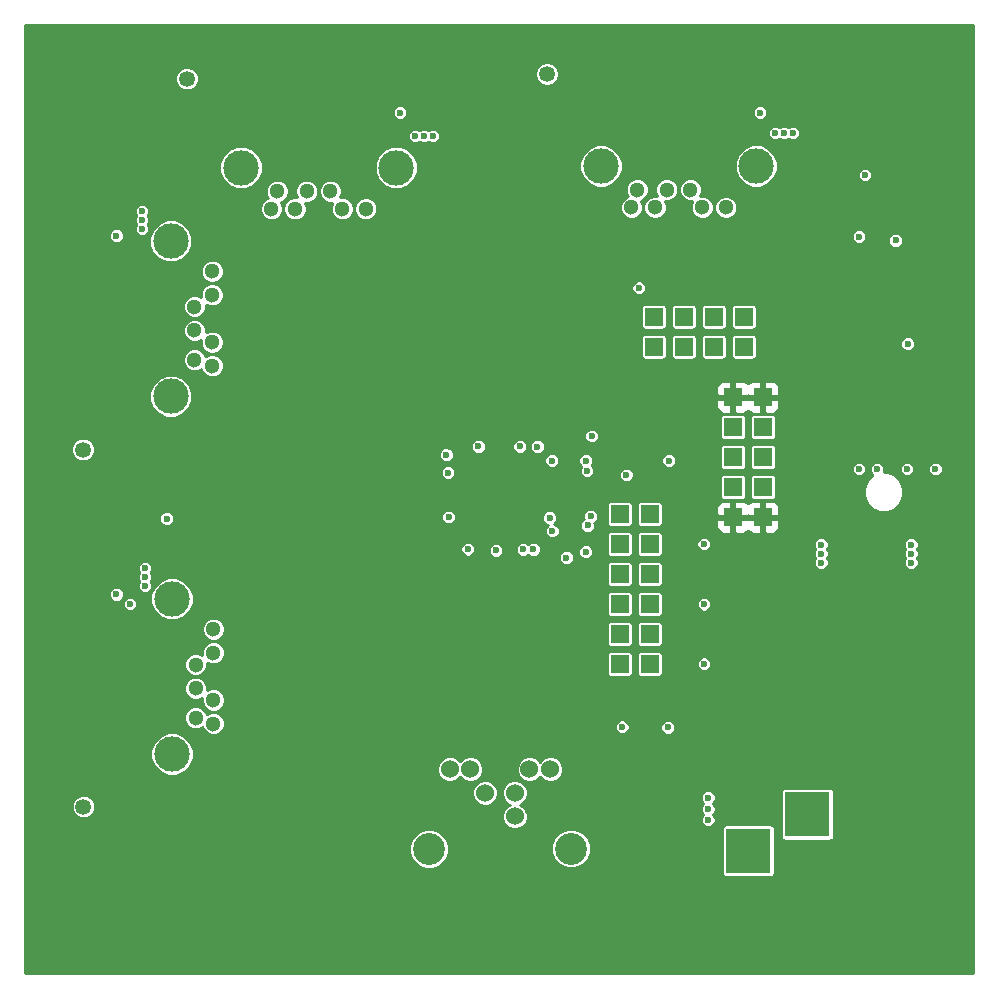
<source format=gbr>
G04 #@! TF.GenerationSoftware,KiCad,Pcbnew,(2017-08-08 revision 53204e097)-makepkg*
G04 #@! TF.CreationDate,2017-08-23T13:37:33+02:00*
G04 #@! TF.ProjectId,usbhub01a,7573626875623031612E6B696361645F,rev?*
G04 #@! TF.SameCoordinates,Original*
G04 #@! TF.FileFunction,Copper,L3,Inr,Signal*
G04 #@! TF.FilePolarity,Positive*
%FSLAX46Y46*%
G04 Gerber Fmt 4.6, Leading zero omitted, Abs format (unit mm)*
G04 Created by KiCad (PCBNEW (2017-08-08 revision 53204e097)-makepkg) date 08/23/17 13:37:33*
%MOMM*%
%LPD*%
G01*
G04 APERTURE LIST*
%ADD10R,3.810000X3.810000*%
%ADD11C,1.524000*%
%ADD12C,2.700020*%
%ADD13C,1.350000*%
%ADD14R,1.524000X1.524000*%
%ADD15C,6.000000*%
%ADD16C,1.300000*%
%ADD17C,2.999740*%
%ADD18C,0.600000*%
%ADD19C,0.254000*%
G04 APERTURE END LIST*
D10*
X173431200Y-134495400D03*
X173431200Y-128295400D03*
X168431200Y-131395400D03*
D11*
X151666000Y-124481000D03*
X149896000Y-124481000D03*
X147396000Y-124481000D03*
X144896000Y-124481000D03*
X143166000Y-124481000D03*
X148646000Y-126481000D03*
X146146000Y-126481000D03*
X146146000Y-128481000D03*
X148646000Y-128481000D03*
D12*
X153416000Y-131191000D03*
X141396720Y-131255500D03*
D13*
X112141000Y-127648000D03*
X112109000Y-97409000D03*
X120891000Y-66005848D03*
X151384000Y-65627000D03*
D14*
X169672000Y-103124000D03*
X167132000Y-103124000D03*
X169672000Y-100584000D03*
X167132000Y-100584000D03*
X169672000Y-98044000D03*
X167132000Y-98044000D03*
X169672000Y-95504000D03*
X167132000Y-95504000D03*
X169672000Y-92964000D03*
X167132000Y-92964000D03*
D15*
X182880000Y-66040000D03*
X182880000Y-137160000D03*
X111760000Y-66040000D03*
X111760000Y-137160000D03*
D16*
X123134000Y-120620000D03*
X123134000Y-118620000D03*
X123134000Y-116620000D03*
X123134000Y-114620000D03*
X123134000Y-112620000D03*
X121634000Y-120120000D03*
D17*
X119634000Y-110050000D03*
X119634000Y-123190000D03*
D16*
X121634000Y-113120000D03*
X121634000Y-115620000D03*
X121634000Y-117620000D03*
X123032400Y-90317800D03*
X123032400Y-88317800D03*
X123032400Y-86317800D03*
X123032400Y-84317800D03*
X123032400Y-82317800D03*
X121532400Y-89817800D03*
D17*
X119532400Y-79747800D03*
X119532400Y-92887800D03*
D16*
X121532400Y-82817800D03*
X121532400Y-85317800D03*
X121532400Y-87317800D03*
X158526000Y-76906000D03*
X160526000Y-76906000D03*
X162526000Y-76906000D03*
X164526000Y-76906000D03*
X166526000Y-76906000D03*
X159026000Y-75406000D03*
D17*
X169096000Y-73406000D03*
X155956000Y-73406000D03*
D16*
X166026000Y-75406000D03*
X163526000Y-75406000D03*
X161526000Y-75406000D03*
X128046000Y-77033000D03*
X130046000Y-77033000D03*
X132046000Y-77033000D03*
X134046000Y-77033000D03*
X136046000Y-77033000D03*
X128546000Y-75533000D03*
D17*
X138616000Y-73533000D03*
X125476000Y-73533000D03*
D16*
X135546000Y-75533000D03*
X133046000Y-75533000D03*
X131046000Y-75533000D03*
D14*
X168046400Y-86156800D03*
X168046400Y-88696800D03*
X165506400Y-86156800D03*
X165506400Y-88696800D03*
X162966400Y-86156800D03*
X162966400Y-88696800D03*
X160426400Y-86156800D03*
X160426400Y-88696800D03*
X157530800Y-102870000D03*
X160070800Y-102870000D03*
X157530800Y-105410000D03*
X160070800Y-105410000D03*
X157530800Y-107950000D03*
X160070800Y-107950000D03*
X157530800Y-110490000D03*
X160070800Y-110490000D03*
X157530800Y-113030000D03*
X160070800Y-113030000D03*
X157530800Y-115570000D03*
X160070800Y-115570000D03*
D18*
X158112257Y-99567219D03*
X144678400Y-105841798D03*
X149377400Y-105867200D03*
X151604303Y-103184046D03*
X142865800Y-97850000D03*
X151790400Y-98350000D03*
X185826400Y-83083400D03*
X161170383Y-126887767D03*
X161158751Y-128772183D03*
X159700279Y-130507993D03*
X161620200Y-130530600D03*
X158343600Y-135356602D03*
X152857200Y-90576400D03*
X131826000Y-99009202D03*
X151892006Y-96570800D03*
X131724400Y-105003600D03*
X142214075Y-80417696D03*
X143289827Y-64368409D03*
X144766291Y-88807594D03*
X139095894Y-112122354D03*
X141393400Y-115450722D03*
X178409600Y-105460800D03*
X159258000Y-117348000D03*
X149352000Y-103632000D03*
X148336000Y-103632000D03*
X147320000Y-103632000D03*
X146304000Y-103632008D03*
X145288000Y-103631976D03*
X145287984Y-102616000D03*
X146304024Y-102616000D03*
X147320000Y-101600006D03*
X146304000Y-101663508D03*
X149352000Y-102616000D03*
X148335976Y-102616000D03*
X147320000Y-102616000D03*
X186041865Y-106148277D03*
X178409600Y-106984802D03*
X165483466Y-99423182D03*
X165481000Y-101803200D03*
X165197090Y-140036784D03*
X178409600Y-106172000D03*
X164506768Y-95321494D03*
X167132000Y-66724000D03*
X166192000Y-66724000D03*
X167132000Y-67564000D03*
X166192000Y-67564000D03*
X135712000Y-67803000D03*
X136652000Y-67803000D03*
X135712000Y-66963000D03*
X136652000Y-66963000D03*
X113793800Y-81661000D03*
X112953800Y-81661000D03*
X112953800Y-82601000D03*
X113793800Y-82601000D03*
X113846935Y-112857607D03*
X113006935Y-112857607D03*
X113846935Y-111917607D03*
X113006935Y-111917607D03*
X181457600Y-121208800D03*
X178282600Y-121208800D03*
X181457600Y-123748800D03*
X175107600Y-123748800D03*
X175107600Y-121208800D03*
X181457600Y-118668800D03*
X181457600Y-116128800D03*
X175107600Y-118668800D03*
X175107600Y-116128800D03*
X178282600Y-123748808D03*
X178282600Y-118668800D03*
X178282600Y-116128800D03*
X177174797Y-83141323D03*
X185420000Y-94996000D03*
X181431500Y-96341500D03*
X179756500Y-96341500D03*
X181431500Y-94666500D03*
X179756500Y-94666500D03*
X141492327Y-108646297D03*
X150692362Y-75186567D03*
X150697931Y-73387792D03*
X150692362Y-71622431D03*
X120188551Y-71773020D03*
X120187716Y-75315538D03*
X120175096Y-73529748D03*
X121310400Y-98467967D03*
X119514925Y-98470707D03*
X117647060Y-98475533D03*
X121377447Y-128637691D03*
X119598920Y-128648635D03*
X117776615Y-128654108D03*
X135735981Y-133241425D03*
X135731625Y-131222624D03*
X135727270Y-129193110D03*
X149352000Y-99631500D03*
X148336000Y-99631500D03*
X147320000Y-99631498D03*
X146304000Y-99631500D03*
X145298321Y-99616649D03*
X146304000Y-100520500D03*
X149352000Y-101663500D03*
X148336000Y-101663500D03*
X145288000Y-101663500D03*
X148336000Y-100520500D03*
X147320000Y-100520504D03*
X149351994Y-100520500D03*
X151384000Y-112014000D03*
X145288000Y-100520506D03*
X176276000Y-91821000D03*
X143052800Y-103124000D03*
X147066000Y-105948011D03*
X150228151Y-105857348D03*
X150571200Y-97155012D03*
X149085132Y-97147483D03*
X145575544Y-97147483D03*
X181927500Y-88455500D03*
X143002000Y-99364800D03*
X161696400Y-98348800D03*
X164678383Y-110506318D03*
X164669506Y-115557613D03*
X182219600Y-106984800D03*
X182219600Y-105460800D03*
X182219600Y-106222800D03*
X169418000Y-68884804D03*
X138938000Y-68884798D03*
X184277000Y-99059992D03*
X164668200Y-105410000D03*
X177800000Y-99060000D03*
X179324000Y-99060000D03*
X181864000Y-99060000D03*
X114935000Y-79311500D03*
X114935000Y-109664500D03*
X178308000Y-74168000D03*
X165023800Y-126873000D03*
X165023796Y-127863600D03*
X165023798Y-128778000D03*
X174599600Y-105460800D03*
X174599600Y-106222800D03*
X174599607Y-106984793D03*
X171450000Y-70612000D03*
X172212000Y-70612006D03*
X170688024Y-70612000D03*
X117348000Y-108965976D03*
X117348006Y-107442000D03*
X117348000Y-108204000D03*
X140208024Y-70866000D03*
X141732000Y-70866006D03*
X140970000Y-70866000D03*
X117094000Y-77978000D03*
X117094006Y-77216000D03*
X117094000Y-78739976D03*
X157751012Y-120891120D03*
X154663957Y-106064270D03*
X154818146Y-103829646D03*
X155068767Y-103069904D03*
X151831200Y-104299568D03*
X159156402Y-83718400D03*
X155171957Y-96266000D03*
X154676010Y-98348800D03*
X154766040Y-99225000D03*
X180902886Y-79701114D03*
X177799996Y-79375000D03*
X153021473Y-106566525D03*
X119189500Y-103251000D03*
X116078000Y-110490000D03*
X161613242Y-120931067D03*
D19*
G36*
X187429000Y-141709000D02*
X107211000Y-141709000D01*
X107211000Y-131587615D01*
X139719419Y-131587615D01*
X139974191Y-132204209D01*
X140445530Y-132676371D01*
X141061679Y-132932219D01*
X141728835Y-132932801D01*
X142345429Y-132678029D01*
X142817591Y-132206690D01*
X143073439Y-131590541D01*
X143073497Y-131523115D01*
X151738699Y-131523115D01*
X151993471Y-132139709D01*
X152464810Y-132611871D01*
X153080959Y-132867719D01*
X153748115Y-132868301D01*
X154364709Y-132613529D01*
X154836871Y-132142190D01*
X155092719Y-131526041D01*
X155093301Y-130858885D01*
X154838529Y-130242291D01*
X154367190Y-129770129D01*
X153751041Y-129514281D01*
X153083885Y-129513699D01*
X152467291Y-129768471D01*
X151995129Y-130239810D01*
X151739281Y-130855959D01*
X151738699Y-131523115D01*
X143073497Y-131523115D01*
X143074021Y-130923385D01*
X142819249Y-130306791D01*
X142347910Y-129834629D01*
X141731761Y-129578781D01*
X141064605Y-129578199D01*
X140448011Y-129832971D01*
X139975849Y-130304310D01*
X139720001Y-130920459D01*
X139719419Y-131587615D01*
X107211000Y-131587615D01*
X107211000Y-127846436D01*
X111138827Y-127846436D01*
X111291051Y-128214846D01*
X111572672Y-128496959D01*
X111940816Y-128649825D01*
X112339436Y-128650173D01*
X112707846Y-128497949D01*
X112989959Y-128216328D01*
X113142825Y-127848184D01*
X113143173Y-127449564D01*
X112990949Y-127081154D01*
X112709328Y-126799041D01*
X112462779Y-126696665D01*
X145056811Y-126696665D01*
X145222252Y-127097063D01*
X145528326Y-127403671D01*
X145928434Y-127569811D01*
X146361665Y-127570189D01*
X146762063Y-127404748D01*
X147068671Y-127098674D01*
X147234811Y-126698566D01*
X147234812Y-126696665D01*
X147556811Y-126696665D01*
X147722252Y-127097063D01*
X148028326Y-127403671D01*
X148214518Y-127480985D01*
X148029937Y-127557252D01*
X147723329Y-127863326D01*
X147557189Y-128263434D01*
X147556811Y-128696665D01*
X147722252Y-129097063D01*
X148028326Y-129403671D01*
X148428434Y-129569811D01*
X148861665Y-129570189D01*
X149054769Y-129490400D01*
X166192794Y-129490400D01*
X166192794Y-133300400D01*
X166218173Y-133427989D01*
X166290446Y-133536154D01*
X166398611Y-133608427D01*
X166526200Y-133633806D01*
X170336200Y-133633806D01*
X170463789Y-133608427D01*
X170571954Y-133536154D01*
X170644227Y-133427989D01*
X170669606Y-133300400D01*
X170669606Y-129490400D01*
X170644227Y-129362811D01*
X170571954Y-129254646D01*
X170463789Y-129182373D01*
X170336200Y-129156994D01*
X166526200Y-129156994D01*
X166398611Y-129182373D01*
X166290446Y-129254646D01*
X166218173Y-129362811D01*
X166192794Y-129490400D01*
X149054769Y-129490400D01*
X149262063Y-129404748D01*
X149568671Y-129098674D01*
X149734811Y-128698566D01*
X149735189Y-128265335D01*
X149620502Y-127987771D01*
X164396687Y-127987771D01*
X164491941Y-128218303D01*
X164594284Y-128320825D01*
X164492563Y-128422369D01*
X164396907Y-128652735D01*
X164396689Y-128902171D01*
X164491943Y-129132703D01*
X164668167Y-129309235D01*
X164898533Y-129404891D01*
X165147969Y-129405109D01*
X165378501Y-129309855D01*
X165555033Y-129133631D01*
X165650689Y-128903265D01*
X165650907Y-128653829D01*
X165555653Y-128423297D01*
X165453310Y-128320775D01*
X165555031Y-128219231D01*
X165650687Y-127988865D01*
X165650905Y-127739429D01*
X165555651Y-127508897D01*
X165415211Y-127368211D01*
X165555035Y-127228631D01*
X165650691Y-126998265D01*
X165650909Y-126748829D01*
X165555655Y-126518297D01*
X165427982Y-126390400D01*
X171192794Y-126390400D01*
X171192794Y-130200400D01*
X171218173Y-130327989D01*
X171290446Y-130436154D01*
X171398611Y-130508427D01*
X171526200Y-130533806D01*
X175336200Y-130533806D01*
X175463789Y-130508427D01*
X175571954Y-130436154D01*
X175644227Y-130327989D01*
X175669606Y-130200400D01*
X175669606Y-126390400D01*
X175644227Y-126262811D01*
X175571954Y-126154646D01*
X175463789Y-126082373D01*
X175336200Y-126056994D01*
X171526200Y-126056994D01*
X171398611Y-126082373D01*
X171290446Y-126154646D01*
X171218173Y-126262811D01*
X171192794Y-126390400D01*
X165427982Y-126390400D01*
X165379431Y-126341765D01*
X165149065Y-126246109D01*
X164899629Y-126245891D01*
X164669097Y-126341145D01*
X164492565Y-126517369D01*
X164396909Y-126747735D01*
X164396691Y-126997171D01*
X164491945Y-127227703D01*
X164632385Y-127368389D01*
X164492561Y-127507969D01*
X164396905Y-127738335D01*
X164396687Y-127987771D01*
X149620502Y-127987771D01*
X149569748Y-127864937D01*
X149263674Y-127558329D01*
X149077482Y-127481015D01*
X149262063Y-127404748D01*
X149568671Y-127098674D01*
X149734811Y-126698566D01*
X149735189Y-126265335D01*
X149569748Y-125864937D01*
X149263674Y-125558329D01*
X148863566Y-125392189D01*
X148430335Y-125391811D01*
X148029937Y-125557252D01*
X147723329Y-125863326D01*
X147557189Y-126263434D01*
X147556811Y-126696665D01*
X147234812Y-126696665D01*
X147235189Y-126265335D01*
X147069748Y-125864937D01*
X146763674Y-125558329D01*
X146363566Y-125392189D01*
X145930335Y-125391811D01*
X145529937Y-125557252D01*
X145223329Y-125863326D01*
X145057189Y-126263434D01*
X145056811Y-126696665D01*
X112462779Y-126696665D01*
X112341184Y-126646175D01*
X111942564Y-126645827D01*
X111574154Y-126798051D01*
X111292041Y-127079672D01*
X111139175Y-127447816D01*
X111138827Y-127846436D01*
X107211000Y-127846436D01*
X107211000Y-123551793D01*
X117806814Y-123551793D01*
X118084352Y-124223487D01*
X118597810Y-124737842D01*
X119269019Y-125016552D01*
X119995793Y-125017186D01*
X120667487Y-124739648D01*
X120710545Y-124696665D01*
X142076811Y-124696665D01*
X142242252Y-125097063D01*
X142548326Y-125403671D01*
X142948434Y-125569811D01*
X143381665Y-125570189D01*
X143782063Y-125404748D01*
X144031166Y-125156079D01*
X144278326Y-125403671D01*
X144678434Y-125569811D01*
X145111665Y-125570189D01*
X145512063Y-125404748D01*
X145818671Y-125098674D01*
X145984811Y-124698566D01*
X145984812Y-124696665D01*
X148806811Y-124696665D01*
X148972252Y-125097063D01*
X149278326Y-125403671D01*
X149678434Y-125569811D01*
X150111665Y-125570189D01*
X150512063Y-125404748D01*
X150781200Y-125136079D01*
X151048326Y-125403671D01*
X151448434Y-125569811D01*
X151881665Y-125570189D01*
X152282063Y-125404748D01*
X152588671Y-125098674D01*
X152754811Y-124698566D01*
X152755189Y-124265335D01*
X152589748Y-123864937D01*
X152283674Y-123558329D01*
X151883566Y-123392189D01*
X151450335Y-123391811D01*
X151049937Y-123557252D01*
X150780800Y-123825921D01*
X150513674Y-123558329D01*
X150113566Y-123392189D01*
X149680335Y-123391811D01*
X149279937Y-123557252D01*
X148973329Y-123863326D01*
X148807189Y-124263434D01*
X148806811Y-124696665D01*
X145984812Y-124696665D01*
X145985189Y-124265335D01*
X145819748Y-123864937D01*
X145513674Y-123558329D01*
X145113566Y-123392189D01*
X144680335Y-123391811D01*
X144279937Y-123557252D01*
X144030834Y-123805921D01*
X143783674Y-123558329D01*
X143383566Y-123392189D01*
X142950335Y-123391811D01*
X142549937Y-123557252D01*
X142243329Y-123863326D01*
X142077189Y-124263434D01*
X142076811Y-124696665D01*
X120710545Y-124696665D01*
X121181842Y-124226190D01*
X121460552Y-123554981D01*
X121461186Y-122828207D01*
X121183648Y-122156513D01*
X120670190Y-121642158D01*
X119998981Y-121363448D01*
X119272207Y-121362814D01*
X118600513Y-121640352D01*
X118086158Y-122153810D01*
X117807448Y-122825019D01*
X117806814Y-123551793D01*
X107211000Y-123551793D01*
X107211000Y-120313485D01*
X120656830Y-120313485D01*
X120805256Y-120672703D01*
X121079851Y-120947778D01*
X121438810Y-121096830D01*
X121827485Y-121097170D01*
X122186703Y-120948744D01*
X122205121Y-120930358D01*
X122305256Y-121172703D01*
X122579851Y-121447778D01*
X122938810Y-121596830D01*
X123327485Y-121597170D01*
X123686703Y-121448744D01*
X123961778Y-121174149D01*
X124027741Y-121015291D01*
X157123903Y-121015291D01*
X157219157Y-121245823D01*
X157395381Y-121422355D01*
X157625747Y-121518011D01*
X157875183Y-121518229D01*
X158105715Y-121422975D01*
X158282247Y-121246751D01*
X158361769Y-121055238D01*
X160986133Y-121055238D01*
X161081387Y-121285770D01*
X161257611Y-121462302D01*
X161487977Y-121557958D01*
X161737413Y-121558176D01*
X161967945Y-121462922D01*
X162144477Y-121286698D01*
X162240133Y-121056332D01*
X162240351Y-120806896D01*
X162145097Y-120576364D01*
X161968873Y-120399832D01*
X161738507Y-120304176D01*
X161489071Y-120303958D01*
X161258539Y-120399212D01*
X161082007Y-120575436D01*
X160986351Y-120805802D01*
X160986133Y-121055238D01*
X158361769Y-121055238D01*
X158377903Y-121016385D01*
X158378121Y-120766949D01*
X158282867Y-120536417D01*
X158106643Y-120359885D01*
X157876277Y-120264229D01*
X157626841Y-120264011D01*
X157396309Y-120359265D01*
X157219777Y-120535489D01*
X157124121Y-120765855D01*
X157123903Y-121015291D01*
X124027741Y-121015291D01*
X124110830Y-120815190D01*
X124111170Y-120426515D01*
X123962744Y-120067297D01*
X123688149Y-119792222D01*
X123329190Y-119643170D01*
X122940515Y-119642830D01*
X122581297Y-119791256D01*
X122562879Y-119809642D01*
X122462744Y-119567297D01*
X122188149Y-119292222D01*
X121829190Y-119143170D01*
X121440515Y-119142830D01*
X121081297Y-119291256D01*
X120806222Y-119565851D01*
X120657170Y-119924810D01*
X120656830Y-120313485D01*
X107211000Y-120313485D01*
X107211000Y-117813485D01*
X120656830Y-117813485D01*
X120805256Y-118172703D01*
X121079851Y-118447778D01*
X121438810Y-118596830D01*
X121827485Y-118597170D01*
X122157138Y-118460960D01*
X122156830Y-118813485D01*
X122305256Y-119172703D01*
X122579851Y-119447778D01*
X122938810Y-119596830D01*
X123327485Y-119597170D01*
X123686703Y-119448744D01*
X123961778Y-119174149D01*
X124110830Y-118815190D01*
X124111170Y-118426515D01*
X123962744Y-118067297D01*
X123688149Y-117792222D01*
X123329190Y-117643170D01*
X122940515Y-117642830D01*
X122610862Y-117779040D01*
X122611170Y-117426515D01*
X122462744Y-117067297D01*
X122188149Y-116792222D01*
X121829190Y-116643170D01*
X121440515Y-116642830D01*
X121081297Y-116791256D01*
X120806222Y-117065851D01*
X120657170Y-117424810D01*
X120656830Y-117813485D01*
X107211000Y-117813485D01*
X107211000Y-115813485D01*
X120656830Y-115813485D01*
X120805256Y-116172703D01*
X121079851Y-116447778D01*
X121438810Y-116596830D01*
X121827485Y-116597170D01*
X122186703Y-116448744D01*
X122461778Y-116174149D01*
X122610830Y-115815190D01*
X122611140Y-115460770D01*
X122938810Y-115596830D01*
X123327485Y-115597170D01*
X123686703Y-115448744D01*
X123961778Y-115174149D01*
X124110830Y-114815190D01*
X124110836Y-114808000D01*
X156435394Y-114808000D01*
X156435394Y-116332000D01*
X156460773Y-116459589D01*
X156533046Y-116567754D01*
X156641211Y-116640027D01*
X156768800Y-116665406D01*
X158292800Y-116665406D01*
X158420389Y-116640027D01*
X158528554Y-116567754D01*
X158600827Y-116459589D01*
X158626206Y-116332000D01*
X158626206Y-114808000D01*
X158975394Y-114808000D01*
X158975394Y-116332000D01*
X159000773Y-116459589D01*
X159073046Y-116567754D01*
X159181211Y-116640027D01*
X159308800Y-116665406D01*
X160832800Y-116665406D01*
X160960389Y-116640027D01*
X161068554Y-116567754D01*
X161140827Y-116459589D01*
X161166206Y-116332000D01*
X161166206Y-115681784D01*
X164042397Y-115681784D01*
X164137651Y-115912316D01*
X164313875Y-116088848D01*
X164544241Y-116184504D01*
X164793677Y-116184722D01*
X165024209Y-116089468D01*
X165200741Y-115913244D01*
X165296397Y-115682878D01*
X165296615Y-115433442D01*
X165201361Y-115202910D01*
X165025137Y-115026378D01*
X164794771Y-114930722D01*
X164545335Y-114930504D01*
X164314803Y-115025758D01*
X164138271Y-115201982D01*
X164042615Y-115432348D01*
X164042397Y-115681784D01*
X161166206Y-115681784D01*
X161166206Y-114808000D01*
X161140827Y-114680411D01*
X161068554Y-114572246D01*
X160960389Y-114499973D01*
X160832800Y-114474594D01*
X159308800Y-114474594D01*
X159181211Y-114499973D01*
X159073046Y-114572246D01*
X159000773Y-114680411D01*
X158975394Y-114808000D01*
X158626206Y-114808000D01*
X158600827Y-114680411D01*
X158528554Y-114572246D01*
X158420389Y-114499973D01*
X158292800Y-114474594D01*
X156768800Y-114474594D01*
X156641211Y-114499973D01*
X156533046Y-114572246D01*
X156460773Y-114680411D01*
X156435394Y-114808000D01*
X124110836Y-114808000D01*
X124111170Y-114426515D01*
X123962744Y-114067297D01*
X123688149Y-113792222D01*
X123329190Y-113643170D01*
X122940515Y-113642830D01*
X122581297Y-113791256D01*
X122306222Y-114065851D01*
X122157170Y-114424810D01*
X122156860Y-114779230D01*
X121829190Y-114643170D01*
X121440515Y-114642830D01*
X121081297Y-114791256D01*
X120806222Y-115065851D01*
X120657170Y-115424810D01*
X120656830Y-115813485D01*
X107211000Y-115813485D01*
X107211000Y-112813485D01*
X122156830Y-112813485D01*
X122305256Y-113172703D01*
X122579851Y-113447778D01*
X122938810Y-113596830D01*
X123327485Y-113597170D01*
X123686703Y-113448744D01*
X123961778Y-113174149D01*
X124110830Y-112815190D01*
X124111170Y-112426515D01*
X124045673Y-112268000D01*
X156435394Y-112268000D01*
X156435394Y-113792000D01*
X156460773Y-113919589D01*
X156533046Y-114027754D01*
X156641211Y-114100027D01*
X156768800Y-114125406D01*
X158292800Y-114125406D01*
X158420389Y-114100027D01*
X158528554Y-114027754D01*
X158600827Y-113919589D01*
X158626206Y-113792000D01*
X158626206Y-112268000D01*
X158975394Y-112268000D01*
X158975394Y-113792000D01*
X159000773Y-113919589D01*
X159073046Y-114027754D01*
X159181211Y-114100027D01*
X159308800Y-114125406D01*
X160832800Y-114125406D01*
X160960389Y-114100027D01*
X161068554Y-114027754D01*
X161140827Y-113919589D01*
X161166206Y-113792000D01*
X161166206Y-112268000D01*
X161140827Y-112140411D01*
X161068554Y-112032246D01*
X160960389Y-111959973D01*
X160832800Y-111934594D01*
X159308800Y-111934594D01*
X159181211Y-111959973D01*
X159073046Y-112032246D01*
X159000773Y-112140411D01*
X158975394Y-112268000D01*
X158626206Y-112268000D01*
X158600827Y-112140411D01*
X158528554Y-112032246D01*
X158420389Y-111959973D01*
X158292800Y-111934594D01*
X156768800Y-111934594D01*
X156641211Y-111959973D01*
X156533046Y-112032246D01*
X156460773Y-112140411D01*
X156435394Y-112268000D01*
X124045673Y-112268000D01*
X123962744Y-112067297D01*
X123688149Y-111792222D01*
X123329190Y-111643170D01*
X122940515Y-111642830D01*
X122581297Y-111791256D01*
X122306222Y-112065851D01*
X122157170Y-112424810D01*
X122156830Y-112813485D01*
X107211000Y-112813485D01*
X107211000Y-110614171D01*
X115450891Y-110614171D01*
X115546145Y-110844703D01*
X115722369Y-111021235D01*
X115952735Y-111116891D01*
X116202171Y-111117109D01*
X116432703Y-111021855D01*
X116609235Y-110845631D01*
X116704891Y-110615265D01*
X116705068Y-110411793D01*
X117806814Y-110411793D01*
X118084352Y-111083487D01*
X118597810Y-111597842D01*
X119269019Y-111876552D01*
X119995793Y-111877186D01*
X120667487Y-111599648D01*
X121181842Y-111086190D01*
X121460552Y-110414981D01*
X121461151Y-109728000D01*
X156435394Y-109728000D01*
X156435394Y-111252000D01*
X156460773Y-111379589D01*
X156533046Y-111487754D01*
X156641211Y-111560027D01*
X156768800Y-111585406D01*
X158292800Y-111585406D01*
X158420389Y-111560027D01*
X158528554Y-111487754D01*
X158600827Y-111379589D01*
X158626206Y-111252000D01*
X158626206Y-109728000D01*
X158975394Y-109728000D01*
X158975394Y-111252000D01*
X159000773Y-111379589D01*
X159073046Y-111487754D01*
X159181211Y-111560027D01*
X159308800Y-111585406D01*
X160832800Y-111585406D01*
X160960389Y-111560027D01*
X161068554Y-111487754D01*
X161140827Y-111379589D01*
X161166206Y-111252000D01*
X161166206Y-110630489D01*
X164051274Y-110630489D01*
X164146528Y-110861021D01*
X164322752Y-111037553D01*
X164553118Y-111133209D01*
X164802554Y-111133427D01*
X165033086Y-111038173D01*
X165209618Y-110861949D01*
X165305274Y-110631583D01*
X165305492Y-110382147D01*
X165210238Y-110151615D01*
X165034014Y-109975083D01*
X164803648Y-109879427D01*
X164554212Y-109879209D01*
X164323680Y-109974463D01*
X164147148Y-110150687D01*
X164051492Y-110381053D01*
X164051274Y-110630489D01*
X161166206Y-110630489D01*
X161166206Y-109728000D01*
X161140827Y-109600411D01*
X161068554Y-109492246D01*
X160960389Y-109419973D01*
X160832800Y-109394594D01*
X159308800Y-109394594D01*
X159181211Y-109419973D01*
X159073046Y-109492246D01*
X159000773Y-109600411D01*
X158975394Y-109728000D01*
X158626206Y-109728000D01*
X158600827Y-109600411D01*
X158528554Y-109492246D01*
X158420389Y-109419973D01*
X158292800Y-109394594D01*
X156768800Y-109394594D01*
X156641211Y-109419973D01*
X156533046Y-109492246D01*
X156460773Y-109600411D01*
X156435394Y-109728000D01*
X121461151Y-109728000D01*
X121461186Y-109688207D01*
X121183648Y-109016513D01*
X120670190Y-108502158D01*
X119998981Y-108223448D01*
X119272207Y-108222814D01*
X118600513Y-108500352D01*
X118086158Y-109013810D01*
X117807448Y-109685019D01*
X117806814Y-110411793D01*
X116705068Y-110411793D01*
X116705109Y-110365829D01*
X116609855Y-110135297D01*
X116433631Y-109958765D01*
X116203265Y-109863109D01*
X115953829Y-109862891D01*
X115723297Y-109958145D01*
X115546765Y-110134369D01*
X115451109Y-110364735D01*
X115450891Y-110614171D01*
X107211000Y-110614171D01*
X107211000Y-109788671D01*
X114307891Y-109788671D01*
X114403145Y-110019203D01*
X114579369Y-110195735D01*
X114809735Y-110291391D01*
X115059171Y-110291609D01*
X115289703Y-110196355D01*
X115466235Y-110020131D01*
X115561891Y-109789765D01*
X115562109Y-109540329D01*
X115466855Y-109309797D01*
X115290631Y-109133265D01*
X115060265Y-109037609D01*
X114810829Y-109037391D01*
X114580297Y-109132645D01*
X114403765Y-109308869D01*
X114308109Y-109539235D01*
X114307891Y-109788671D01*
X107211000Y-109788671D01*
X107211000Y-108328171D01*
X116720891Y-108328171D01*
X116816145Y-108558703D01*
X116842275Y-108584879D01*
X116816765Y-108610345D01*
X116721109Y-108840711D01*
X116720891Y-109090147D01*
X116816145Y-109320679D01*
X116992369Y-109497211D01*
X117222735Y-109592867D01*
X117472171Y-109593085D01*
X117702703Y-109497831D01*
X117879235Y-109321607D01*
X117974891Y-109091241D01*
X117975109Y-108841805D01*
X117879855Y-108611273D01*
X117853725Y-108585097D01*
X117879235Y-108559631D01*
X117974891Y-108329265D01*
X117975109Y-108079829D01*
X117879855Y-107849297D01*
X117853716Y-107823112D01*
X117879241Y-107797631D01*
X117974897Y-107567265D01*
X117975115Y-107317829D01*
X117879861Y-107087297D01*
X117703637Y-106910765D01*
X117473271Y-106815109D01*
X117223835Y-106814891D01*
X116993303Y-106910145D01*
X116816771Y-107086369D01*
X116721115Y-107316735D01*
X116720897Y-107566171D01*
X116816151Y-107796703D01*
X116842290Y-107822888D01*
X116816765Y-107848369D01*
X116721109Y-108078735D01*
X116720891Y-108328171D01*
X107211000Y-108328171D01*
X107211000Y-106690696D01*
X152394364Y-106690696D01*
X152489618Y-106921228D01*
X152665842Y-107097760D01*
X152896208Y-107193416D01*
X153145644Y-107193634D01*
X153159279Y-107188000D01*
X156435394Y-107188000D01*
X156435394Y-108712000D01*
X156460773Y-108839589D01*
X156533046Y-108947754D01*
X156641211Y-109020027D01*
X156768800Y-109045406D01*
X158292800Y-109045406D01*
X158420389Y-109020027D01*
X158528554Y-108947754D01*
X158600827Y-108839589D01*
X158626206Y-108712000D01*
X158626206Y-107188000D01*
X158975394Y-107188000D01*
X158975394Y-108712000D01*
X159000773Y-108839589D01*
X159073046Y-108947754D01*
X159181211Y-109020027D01*
X159308800Y-109045406D01*
X160832800Y-109045406D01*
X160960389Y-109020027D01*
X161068554Y-108947754D01*
X161140827Y-108839589D01*
X161166206Y-108712000D01*
X161166206Y-107188000D01*
X161140827Y-107060411D01*
X161068554Y-106952246D01*
X160960389Y-106879973D01*
X160832800Y-106854594D01*
X159308800Y-106854594D01*
X159181211Y-106879973D01*
X159073046Y-106952246D01*
X159000773Y-107060411D01*
X158975394Y-107188000D01*
X158626206Y-107188000D01*
X158600827Y-107060411D01*
X158528554Y-106952246D01*
X158420389Y-106879973D01*
X158292800Y-106854594D01*
X156768800Y-106854594D01*
X156641211Y-106879973D01*
X156533046Y-106952246D01*
X156460773Y-107060411D01*
X156435394Y-107188000D01*
X153159279Y-107188000D01*
X153376176Y-107098380D01*
X153552708Y-106922156D01*
X153648364Y-106691790D01*
X153648582Y-106442354D01*
X153553328Y-106211822D01*
X153529988Y-106188441D01*
X154036848Y-106188441D01*
X154132102Y-106418973D01*
X154308326Y-106595505D01*
X154538692Y-106691161D01*
X154788128Y-106691379D01*
X155018660Y-106596125D01*
X155195192Y-106419901D01*
X155290848Y-106189535D01*
X155291066Y-105940099D01*
X155195812Y-105709567D01*
X155019588Y-105533035D01*
X154789222Y-105437379D01*
X154539786Y-105437161D01*
X154309254Y-105532415D01*
X154132722Y-105708639D01*
X154037066Y-105939005D01*
X154036848Y-106188441D01*
X153529988Y-106188441D01*
X153377104Y-106035290D01*
X153146738Y-105939634D01*
X152897302Y-105939416D01*
X152666770Y-106034670D01*
X152490238Y-106210894D01*
X152394582Y-106441260D01*
X152394364Y-106690696D01*
X107211000Y-106690696D01*
X107211000Y-105965969D01*
X144051291Y-105965969D01*
X144146545Y-106196501D01*
X144322769Y-106373033D01*
X144553135Y-106468689D01*
X144802571Y-106468907D01*
X145033103Y-106373653D01*
X145209635Y-106197429D01*
X145261641Y-106072182D01*
X146438891Y-106072182D01*
X146534145Y-106302714D01*
X146710369Y-106479246D01*
X146940735Y-106574902D01*
X147190171Y-106575120D01*
X147420703Y-106479866D01*
X147597235Y-106303642D01*
X147692891Y-106073276D01*
X147692962Y-105991371D01*
X148750291Y-105991371D01*
X148845545Y-106221903D01*
X149021769Y-106398435D01*
X149252135Y-106494091D01*
X149501571Y-106494309D01*
X149732103Y-106399055D01*
X149807670Y-106323620D01*
X149872520Y-106388583D01*
X150102886Y-106484239D01*
X150352322Y-106484457D01*
X150582854Y-106389203D01*
X150759386Y-106212979D01*
X150855042Y-105982613D01*
X150855260Y-105733177D01*
X150760006Y-105502645D01*
X150583782Y-105326113D01*
X150353416Y-105230457D01*
X150103980Y-105230239D01*
X149873448Y-105325493D01*
X149797881Y-105400928D01*
X149733031Y-105335965D01*
X149502665Y-105240309D01*
X149253229Y-105240091D01*
X149022697Y-105335345D01*
X148846165Y-105511569D01*
X148750509Y-105741935D01*
X148750291Y-105991371D01*
X147692962Y-105991371D01*
X147693109Y-105823840D01*
X147597855Y-105593308D01*
X147421631Y-105416776D01*
X147191265Y-105321120D01*
X146941829Y-105320902D01*
X146711297Y-105416156D01*
X146534765Y-105592380D01*
X146439109Y-105822746D01*
X146438891Y-106072182D01*
X145261641Y-106072182D01*
X145305291Y-105967063D01*
X145305509Y-105717627D01*
X145210255Y-105487095D01*
X145034031Y-105310563D01*
X144803665Y-105214907D01*
X144554229Y-105214689D01*
X144323697Y-105309943D01*
X144147165Y-105486167D01*
X144051509Y-105716533D01*
X144051291Y-105965969D01*
X107211000Y-105965969D01*
X107211000Y-103375171D01*
X118562391Y-103375171D01*
X118657645Y-103605703D01*
X118833869Y-103782235D01*
X119064235Y-103877891D01*
X119313671Y-103878109D01*
X119544203Y-103782855D01*
X119720735Y-103606631D01*
X119816391Y-103376265D01*
X119816502Y-103248171D01*
X142425691Y-103248171D01*
X142520945Y-103478703D01*
X142697169Y-103655235D01*
X142927535Y-103750891D01*
X143176971Y-103751109D01*
X143407503Y-103655855D01*
X143584035Y-103479631D01*
X143655212Y-103308217D01*
X150977194Y-103308217D01*
X151072448Y-103538749D01*
X151248672Y-103715281D01*
X151446664Y-103797494D01*
X151299965Y-103943937D01*
X151204309Y-104174303D01*
X151204091Y-104423739D01*
X151299345Y-104654271D01*
X151475569Y-104830803D01*
X151705935Y-104926459D01*
X151955371Y-104926677D01*
X152185903Y-104831423D01*
X152362435Y-104655199D01*
X152365424Y-104648000D01*
X156435394Y-104648000D01*
X156435394Y-106172000D01*
X156460773Y-106299589D01*
X156533046Y-106407754D01*
X156641211Y-106480027D01*
X156768800Y-106505406D01*
X158292800Y-106505406D01*
X158420389Y-106480027D01*
X158528554Y-106407754D01*
X158600827Y-106299589D01*
X158626206Y-106172000D01*
X158626206Y-104648000D01*
X158975394Y-104648000D01*
X158975394Y-106172000D01*
X159000773Y-106299589D01*
X159073046Y-106407754D01*
X159181211Y-106480027D01*
X159308800Y-106505406D01*
X160832800Y-106505406D01*
X160960389Y-106480027D01*
X161068554Y-106407754D01*
X161140827Y-106299589D01*
X161166206Y-106172000D01*
X161166206Y-105534171D01*
X164041091Y-105534171D01*
X164136345Y-105764703D01*
X164312569Y-105941235D01*
X164542935Y-106036891D01*
X164792371Y-106037109D01*
X165022903Y-105941855D01*
X165199435Y-105765631D01*
X165274451Y-105584971D01*
X173972491Y-105584971D01*
X174067745Y-105815503D01*
X174093887Y-105841691D01*
X174068365Y-105867169D01*
X173972709Y-106097535D01*
X173972491Y-106346971D01*
X174067745Y-106577503D01*
X174093887Y-106603691D01*
X174068372Y-106629162D01*
X173972716Y-106859528D01*
X173972498Y-107108964D01*
X174067752Y-107339496D01*
X174243976Y-107516028D01*
X174474342Y-107611684D01*
X174723778Y-107611902D01*
X174954310Y-107516648D01*
X175130842Y-107340424D01*
X175226498Y-107110058D01*
X175226716Y-106860622D01*
X175131462Y-106630090D01*
X175105320Y-106603902D01*
X175130835Y-106578431D01*
X175226491Y-106348065D01*
X175226709Y-106098629D01*
X175131455Y-105868097D01*
X175105313Y-105841909D01*
X175130835Y-105816431D01*
X175226491Y-105586065D01*
X175226491Y-105584971D01*
X181592491Y-105584971D01*
X181687745Y-105815503D01*
X181713887Y-105841691D01*
X181688365Y-105867169D01*
X181592709Y-106097535D01*
X181592491Y-106346971D01*
X181687745Y-106577503D01*
X181713887Y-106603691D01*
X181688365Y-106629169D01*
X181592709Y-106859535D01*
X181592491Y-107108971D01*
X181687745Y-107339503D01*
X181863969Y-107516035D01*
X182094335Y-107611691D01*
X182343771Y-107611909D01*
X182574303Y-107516655D01*
X182750835Y-107340431D01*
X182846491Y-107110065D01*
X182846709Y-106860629D01*
X182751455Y-106630097D01*
X182725313Y-106603909D01*
X182750835Y-106578431D01*
X182846491Y-106348065D01*
X182846709Y-106098629D01*
X182751455Y-105868097D01*
X182725313Y-105841909D01*
X182750835Y-105816431D01*
X182846491Y-105586065D01*
X182846709Y-105336629D01*
X182751455Y-105106097D01*
X182575231Y-104929565D01*
X182344865Y-104833909D01*
X182095429Y-104833691D01*
X181864897Y-104928945D01*
X181688365Y-105105169D01*
X181592709Y-105335535D01*
X181592491Y-105584971D01*
X175226491Y-105584971D01*
X175226709Y-105336629D01*
X175131455Y-105106097D01*
X174955231Y-104929565D01*
X174724865Y-104833909D01*
X174475429Y-104833691D01*
X174244897Y-104928945D01*
X174068365Y-105105169D01*
X173972709Y-105335535D01*
X173972491Y-105584971D01*
X165274451Y-105584971D01*
X165295091Y-105535265D01*
X165295309Y-105285829D01*
X165200055Y-105055297D01*
X165023831Y-104878765D01*
X164793465Y-104783109D01*
X164544029Y-104782891D01*
X164313497Y-104878145D01*
X164136965Y-105054369D01*
X164041309Y-105284735D01*
X164041091Y-105534171D01*
X161166206Y-105534171D01*
X161166206Y-104648000D01*
X161140827Y-104520411D01*
X161068554Y-104412246D01*
X160960389Y-104339973D01*
X160832800Y-104314594D01*
X159308800Y-104314594D01*
X159181211Y-104339973D01*
X159073046Y-104412246D01*
X159000773Y-104520411D01*
X158975394Y-104648000D01*
X158626206Y-104648000D01*
X158600827Y-104520411D01*
X158528554Y-104412246D01*
X158420389Y-104339973D01*
X158292800Y-104314594D01*
X156768800Y-104314594D01*
X156641211Y-104339973D01*
X156533046Y-104412246D01*
X156460773Y-104520411D01*
X156435394Y-104648000D01*
X152365424Y-104648000D01*
X152458091Y-104424833D01*
X152458309Y-104175397D01*
X152366754Y-103953817D01*
X154191037Y-103953817D01*
X154286291Y-104184349D01*
X154462515Y-104360881D01*
X154692881Y-104456537D01*
X154942317Y-104456755D01*
X155172849Y-104361501D01*
X155349381Y-104185277D01*
X155445037Y-103954911D01*
X155445255Y-103705475D01*
X155405473Y-103609195D01*
X155423470Y-103601759D01*
X155600002Y-103425535D01*
X155695658Y-103195169D01*
X155695876Y-102945733D01*
X155600622Y-102715201D01*
X155424398Y-102538669D01*
X155194032Y-102443013D01*
X154944596Y-102442795D01*
X154714064Y-102538049D01*
X154537532Y-102714273D01*
X154441876Y-102944639D01*
X154441658Y-103194075D01*
X154481440Y-103290355D01*
X154463443Y-103297791D01*
X154286911Y-103474015D01*
X154191255Y-103704381D01*
X154191037Y-103953817D01*
X152366754Y-103953817D01*
X152363055Y-103944865D01*
X152186831Y-103768333D01*
X151988839Y-103686120D01*
X152135538Y-103539677D01*
X152231194Y-103309311D01*
X152231412Y-103059875D01*
X152136158Y-102829343D01*
X151959934Y-102652811D01*
X151729568Y-102557155D01*
X151480132Y-102556937D01*
X151249600Y-102652191D01*
X151073068Y-102828415D01*
X150977412Y-103058781D01*
X150977194Y-103308217D01*
X143655212Y-103308217D01*
X143679691Y-103249265D01*
X143679909Y-102999829D01*
X143584655Y-102769297D01*
X143408431Y-102592765D01*
X143178065Y-102497109D01*
X142928629Y-102496891D01*
X142698097Y-102592145D01*
X142521565Y-102768369D01*
X142425909Y-102998735D01*
X142425691Y-103248171D01*
X119816502Y-103248171D01*
X119816609Y-103126829D01*
X119721355Y-102896297D01*
X119545131Y-102719765D01*
X119314765Y-102624109D01*
X119065329Y-102623891D01*
X118834797Y-102719145D01*
X118658265Y-102895369D01*
X118562609Y-103125735D01*
X118562391Y-103375171D01*
X107211000Y-103375171D01*
X107211000Y-102108000D01*
X156435394Y-102108000D01*
X156435394Y-103632000D01*
X156460773Y-103759589D01*
X156533046Y-103867754D01*
X156641211Y-103940027D01*
X156768800Y-103965406D01*
X158292800Y-103965406D01*
X158420389Y-103940027D01*
X158528554Y-103867754D01*
X158600827Y-103759589D01*
X158626206Y-103632000D01*
X158626206Y-102108000D01*
X158975394Y-102108000D01*
X158975394Y-103632000D01*
X159000773Y-103759589D01*
X159073046Y-103867754D01*
X159181211Y-103940027D01*
X159308800Y-103965406D01*
X160832800Y-103965406D01*
X160960389Y-103940027D01*
X161068554Y-103867754D01*
X161140827Y-103759589D01*
X161166206Y-103632000D01*
X161166206Y-103409750D01*
X165735000Y-103409750D01*
X165735000Y-104012310D01*
X165831673Y-104245699D01*
X166010302Y-104424327D01*
X166243691Y-104521000D01*
X166846250Y-104521000D01*
X167005000Y-104362250D01*
X167005000Y-103251000D01*
X167259000Y-103251000D01*
X167259000Y-104362250D01*
X167417750Y-104521000D01*
X168020309Y-104521000D01*
X168253698Y-104424327D01*
X168402000Y-104276026D01*
X168550302Y-104424327D01*
X168783691Y-104521000D01*
X169386250Y-104521000D01*
X169545000Y-104362250D01*
X169545000Y-103251000D01*
X169799000Y-103251000D01*
X169799000Y-104362250D01*
X169957750Y-104521000D01*
X170560309Y-104521000D01*
X170793698Y-104424327D01*
X170972327Y-104245699D01*
X171069000Y-104012310D01*
X171069000Y-103409750D01*
X170910250Y-103251000D01*
X169799000Y-103251000D01*
X169545000Y-103251000D01*
X168433750Y-103251000D01*
X168402000Y-103282750D01*
X168370250Y-103251000D01*
X167259000Y-103251000D01*
X167005000Y-103251000D01*
X165893750Y-103251000D01*
X165735000Y-103409750D01*
X161166206Y-103409750D01*
X161166206Y-102235690D01*
X165735000Y-102235690D01*
X165735000Y-102838250D01*
X165893750Y-102997000D01*
X167005000Y-102997000D01*
X167005000Y-101885750D01*
X167259000Y-101885750D01*
X167259000Y-102997000D01*
X168370250Y-102997000D01*
X168402000Y-102965250D01*
X168433750Y-102997000D01*
X169545000Y-102997000D01*
X169545000Y-101885750D01*
X169799000Y-101885750D01*
X169799000Y-102997000D01*
X170910250Y-102997000D01*
X171069000Y-102838250D01*
X171069000Y-102235690D01*
X170972327Y-102002301D01*
X170793698Y-101823673D01*
X170560309Y-101727000D01*
X169957750Y-101727000D01*
X169799000Y-101885750D01*
X169545000Y-101885750D01*
X169386250Y-101727000D01*
X168783691Y-101727000D01*
X168550302Y-101823673D01*
X168402000Y-101971974D01*
X168253698Y-101823673D01*
X168020309Y-101727000D01*
X167417750Y-101727000D01*
X167259000Y-101885750D01*
X167005000Y-101885750D01*
X166846250Y-101727000D01*
X166243691Y-101727000D01*
X166010302Y-101823673D01*
X165831673Y-102002301D01*
X165735000Y-102235690D01*
X161166206Y-102235690D01*
X161166206Y-102108000D01*
X161140827Y-101980411D01*
X161068554Y-101872246D01*
X160960389Y-101799973D01*
X160832800Y-101774594D01*
X159308800Y-101774594D01*
X159181211Y-101799973D01*
X159073046Y-101872246D01*
X159000773Y-101980411D01*
X158975394Y-102108000D01*
X158626206Y-102108000D01*
X158600827Y-101980411D01*
X158528554Y-101872246D01*
X158420389Y-101799973D01*
X158292800Y-101774594D01*
X156768800Y-101774594D01*
X156641211Y-101799973D01*
X156533046Y-101872246D01*
X156460773Y-101980411D01*
X156435394Y-102108000D01*
X107211000Y-102108000D01*
X107211000Y-99488971D01*
X142374891Y-99488971D01*
X142470145Y-99719503D01*
X142646369Y-99896035D01*
X142876735Y-99991691D01*
X143126171Y-99991909D01*
X143356703Y-99896655D01*
X143533235Y-99720431D01*
X143628891Y-99490065D01*
X143629109Y-99240629D01*
X143533855Y-99010097D01*
X143357631Y-98833565D01*
X143127265Y-98737909D01*
X142877829Y-98737691D01*
X142647297Y-98832945D01*
X142470765Y-99009169D01*
X142375109Y-99239535D01*
X142374891Y-99488971D01*
X107211000Y-99488971D01*
X107211000Y-97607436D01*
X111106827Y-97607436D01*
X111259051Y-97975846D01*
X111540672Y-98257959D01*
X111908816Y-98410825D01*
X112307436Y-98411173D01*
X112675846Y-98258949D01*
X112957959Y-97977328D01*
X112959269Y-97974171D01*
X142238691Y-97974171D01*
X142333945Y-98204703D01*
X142510169Y-98381235D01*
X142740535Y-98476891D01*
X142989971Y-98477109D01*
X142997081Y-98474171D01*
X151163291Y-98474171D01*
X151258545Y-98704703D01*
X151434769Y-98881235D01*
X151665135Y-98976891D01*
X151914571Y-98977109D01*
X152145103Y-98881855D01*
X152321635Y-98705631D01*
X152417291Y-98475265D01*
X152417293Y-98472971D01*
X154048901Y-98472971D01*
X154144155Y-98703503D01*
X154272334Y-98831906D01*
X154234805Y-98869369D01*
X154139149Y-99099735D01*
X154138931Y-99349171D01*
X154234185Y-99579703D01*
X154410409Y-99756235D01*
X154640775Y-99851891D01*
X154890211Y-99852109D01*
X155120743Y-99756855D01*
X155186322Y-99691390D01*
X157485148Y-99691390D01*
X157580402Y-99921922D01*
X157756626Y-100098454D01*
X157986992Y-100194110D01*
X158236428Y-100194328D01*
X158466960Y-100099074D01*
X158643492Y-99922850D01*
X158685368Y-99822000D01*
X166036594Y-99822000D01*
X166036594Y-101346000D01*
X166061973Y-101473589D01*
X166134246Y-101581754D01*
X166242411Y-101654027D01*
X166370000Y-101679406D01*
X167894000Y-101679406D01*
X168021589Y-101654027D01*
X168129754Y-101581754D01*
X168202027Y-101473589D01*
X168227406Y-101346000D01*
X168227406Y-99822000D01*
X168576594Y-99822000D01*
X168576594Y-101346000D01*
X168601973Y-101473589D01*
X168674246Y-101581754D01*
X168782411Y-101654027D01*
X168910000Y-101679406D01*
X170434000Y-101679406D01*
X170561589Y-101654027D01*
X170669754Y-101581754D01*
X170742027Y-101473589D01*
X170767406Y-101346000D01*
X170767406Y-101322512D01*
X178205510Y-101322512D01*
X178460280Y-101939103D01*
X178931616Y-102411262D01*
X179547761Y-102667108D01*
X180214912Y-102667690D01*
X180831503Y-102412920D01*
X181303662Y-101941584D01*
X181559508Y-101325439D01*
X181560090Y-100658288D01*
X181305320Y-100041697D01*
X180833984Y-99569538D01*
X180217839Y-99313692D01*
X179897680Y-99313413D01*
X179950891Y-99185265D01*
X179950891Y-99184171D01*
X181236891Y-99184171D01*
X181332145Y-99414703D01*
X181508369Y-99591235D01*
X181738735Y-99686891D01*
X181988171Y-99687109D01*
X182218703Y-99591855D01*
X182395235Y-99415631D01*
X182490891Y-99185265D01*
X182490891Y-99184163D01*
X183649891Y-99184163D01*
X183745145Y-99414695D01*
X183921369Y-99591227D01*
X184151735Y-99686883D01*
X184401171Y-99687101D01*
X184631703Y-99591847D01*
X184808235Y-99415623D01*
X184903891Y-99185257D01*
X184904109Y-98935821D01*
X184808855Y-98705289D01*
X184632631Y-98528757D01*
X184402265Y-98433101D01*
X184152829Y-98432883D01*
X183922297Y-98528137D01*
X183745765Y-98704361D01*
X183650109Y-98934727D01*
X183649891Y-99184163D01*
X182490891Y-99184163D01*
X182491109Y-98935829D01*
X182395855Y-98705297D01*
X182219631Y-98528765D01*
X181989265Y-98433109D01*
X181739829Y-98432891D01*
X181509297Y-98528145D01*
X181332765Y-98704369D01*
X181237109Y-98934735D01*
X181236891Y-99184171D01*
X179950891Y-99184171D01*
X179951109Y-98935829D01*
X179855855Y-98705297D01*
X179679631Y-98528765D01*
X179449265Y-98433109D01*
X179199829Y-98432891D01*
X178969297Y-98528145D01*
X178792765Y-98704369D01*
X178697109Y-98934735D01*
X178696891Y-99184171D01*
X178792145Y-99414703D01*
X178941855Y-99564675D01*
X178934097Y-99567880D01*
X178461938Y-100039216D01*
X178206092Y-100655361D01*
X178205510Y-101322512D01*
X170767406Y-101322512D01*
X170767406Y-99822000D01*
X170742027Y-99694411D01*
X170669754Y-99586246D01*
X170561589Y-99513973D01*
X170434000Y-99488594D01*
X168910000Y-99488594D01*
X168782411Y-99513973D01*
X168674246Y-99586246D01*
X168601973Y-99694411D01*
X168576594Y-99822000D01*
X168227406Y-99822000D01*
X168202027Y-99694411D01*
X168129754Y-99586246D01*
X168021589Y-99513973D01*
X167894000Y-99488594D01*
X166370000Y-99488594D01*
X166242411Y-99513973D01*
X166134246Y-99586246D01*
X166061973Y-99694411D01*
X166036594Y-99822000D01*
X158685368Y-99822000D01*
X158739148Y-99692484D01*
X158739366Y-99443048D01*
X158644112Y-99212516D01*
X158615817Y-99184171D01*
X177172891Y-99184171D01*
X177268145Y-99414703D01*
X177444369Y-99591235D01*
X177674735Y-99686891D01*
X177924171Y-99687109D01*
X178154703Y-99591855D01*
X178331235Y-99415631D01*
X178426891Y-99185265D01*
X178427109Y-98935829D01*
X178331855Y-98705297D01*
X178155631Y-98528765D01*
X177925265Y-98433109D01*
X177675829Y-98432891D01*
X177445297Y-98528145D01*
X177268765Y-98704369D01*
X177173109Y-98934735D01*
X177172891Y-99184171D01*
X158615817Y-99184171D01*
X158467888Y-99035984D01*
X158237522Y-98940328D01*
X157988086Y-98940110D01*
X157757554Y-99035364D01*
X157581022Y-99211588D01*
X157485366Y-99441954D01*
X157485148Y-99691390D01*
X155186322Y-99691390D01*
X155297275Y-99580631D01*
X155392931Y-99350265D01*
X155393149Y-99100829D01*
X155297895Y-98870297D01*
X155169716Y-98741894D01*
X155207245Y-98704431D01*
X155302901Y-98474065D01*
X155302901Y-98472971D01*
X161069291Y-98472971D01*
X161164545Y-98703503D01*
X161340769Y-98880035D01*
X161571135Y-98975691D01*
X161820571Y-98975909D01*
X162051103Y-98880655D01*
X162227635Y-98704431D01*
X162323291Y-98474065D01*
X162323509Y-98224629D01*
X162228255Y-97994097D01*
X162052031Y-97817565D01*
X161821665Y-97721909D01*
X161572229Y-97721691D01*
X161341697Y-97816945D01*
X161165165Y-97993169D01*
X161069509Y-98223535D01*
X161069291Y-98472971D01*
X155302901Y-98472971D01*
X155303119Y-98224629D01*
X155207865Y-97994097D01*
X155031641Y-97817565D01*
X154801275Y-97721909D01*
X154551839Y-97721691D01*
X154321307Y-97816945D01*
X154144775Y-97993169D01*
X154049119Y-98223535D01*
X154048901Y-98472971D01*
X152417293Y-98472971D01*
X152417509Y-98225829D01*
X152322255Y-97995297D01*
X152146031Y-97818765D01*
X151915665Y-97723109D01*
X151666229Y-97722891D01*
X151435697Y-97818145D01*
X151259165Y-97994369D01*
X151163509Y-98224735D01*
X151163291Y-98474171D01*
X142997081Y-98474171D01*
X143220503Y-98381855D01*
X143397035Y-98205631D01*
X143492691Y-97975265D01*
X143492909Y-97725829D01*
X143397655Y-97495297D01*
X143221431Y-97318765D01*
X143107975Y-97271654D01*
X144948435Y-97271654D01*
X145043689Y-97502186D01*
X145219913Y-97678718D01*
X145450279Y-97774374D01*
X145699715Y-97774592D01*
X145930247Y-97679338D01*
X146106779Y-97503114D01*
X146202435Y-97272748D01*
X146202435Y-97271654D01*
X148458023Y-97271654D01*
X148553277Y-97502186D01*
X148729501Y-97678718D01*
X148959867Y-97774374D01*
X149209303Y-97774592D01*
X149439835Y-97679338D01*
X149616367Y-97503114D01*
X149709350Y-97279183D01*
X149944091Y-97279183D01*
X150039345Y-97509715D01*
X150215569Y-97686247D01*
X150445935Y-97781903D01*
X150695371Y-97782121D01*
X150925903Y-97686867D01*
X151102435Y-97510643D01*
X151197375Y-97282000D01*
X166036594Y-97282000D01*
X166036594Y-98806000D01*
X166061973Y-98933589D01*
X166134246Y-99041754D01*
X166242411Y-99114027D01*
X166370000Y-99139406D01*
X167894000Y-99139406D01*
X168021589Y-99114027D01*
X168129754Y-99041754D01*
X168202027Y-98933589D01*
X168227406Y-98806000D01*
X168227406Y-97282000D01*
X168576594Y-97282000D01*
X168576594Y-98806000D01*
X168601973Y-98933589D01*
X168674246Y-99041754D01*
X168782411Y-99114027D01*
X168910000Y-99139406D01*
X170434000Y-99139406D01*
X170561589Y-99114027D01*
X170669754Y-99041754D01*
X170742027Y-98933589D01*
X170767406Y-98806000D01*
X170767406Y-97282000D01*
X170742027Y-97154411D01*
X170669754Y-97046246D01*
X170561589Y-96973973D01*
X170434000Y-96948594D01*
X168910000Y-96948594D01*
X168782411Y-96973973D01*
X168674246Y-97046246D01*
X168601973Y-97154411D01*
X168576594Y-97282000D01*
X168227406Y-97282000D01*
X168202027Y-97154411D01*
X168129754Y-97046246D01*
X168021589Y-96973973D01*
X167894000Y-96948594D01*
X166370000Y-96948594D01*
X166242411Y-96973973D01*
X166134246Y-97046246D01*
X166061973Y-97154411D01*
X166036594Y-97282000D01*
X151197375Y-97282000D01*
X151198091Y-97280277D01*
X151198309Y-97030841D01*
X151103055Y-96800309D01*
X150926831Y-96623777D01*
X150696465Y-96528121D01*
X150447029Y-96527903D01*
X150216497Y-96623157D01*
X150039965Y-96799381D01*
X149944309Y-97029747D01*
X149944091Y-97279183D01*
X149709350Y-97279183D01*
X149712023Y-97272748D01*
X149712241Y-97023312D01*
X149616987Y-96792780D01*
X149440763Y-96616248D01*
X149210397Y-96520592D01*
X148960961Y-96520374D01*
X148730429Y-96615628D01*
X148553897Y-96791852D01*
X148458241Y-97022218D01*
X148458023Y-97271654D01*
X146202435Y-97271654D01*
X146202653Y-97023312D01*
X146107399Y-96792780D01*
X145931175Y-96616248D01*
X145700809Y-96520592D01*
X145451373Y-96520374D01*
X145220841Y-96615628D01*
X145044309Y-96791852D01*
X144948653Y-97022218D01*
X144948435Y-97271654D01*
X143107975Y-97271654D01*
X142991065Y-97223109D01*
X142741629Y-97222891D01*
X142511097Y-97318145D01*
X142334565Y-97494369D01*
X142238909Y-97724735D01*
X142238691Y-97974171D01*
X112959269Y-97974171D01*
X113110825Y-97609184D01*
X113111173Y-97210564D01*
X112958949Y-96842154D01*
X112677328Y-96560041D01*
X112309184Y-96407175D01*
X111910564Y-96406827D01*
X111542154Y-96559051D01*
X111260041Y-96840672D01*
X111107175Y-97208816D01*
X111106827Y-97607436D01*
X107211000Y-97607436D01*
X107211000Y-96390171D01*
X154544848Y-96390171D01*
X154640102Y-96620703D01*
X154816326Y-96797235D01*
X155046692Y-96892891D01*
X155296128Y-96893109D01*
X155526660Y-96797855D01*
X155703192Y-96621631D01*
X155798848Y-96391265D01*
X155799066Y-96141829D01*
X155703812Y-95911297D01*
X155527588Y-95734765D01*
X155297222Y-95639109D01*
X155047786Y-95638891D01*
X154817254Y-95734145D01*
X154640722Y-95910369D01*
X154545066Y-96140735D01*
X154544848Y-96390171D01*
X107211000Y-96390171D01*
X107211000Y-94742000D01*
X166036594Y-94742000D01*
X166036594Y-96266000D01*
X166061973Y-96393589D01*
X166134246Y-96501754D01*
X166242411Y-96574027D01*
X166370000Y-96599406D01*
X167894000Y-96599406D01*
X168021589Y-96574027D01*
X168129754Y-96501754D01*
X168202027Y-96393589D01*
X168227406Y-96266000D01*
X168227406Y-94742000D01*
X168576594Y-94742000D01*
X168576594Y-96266000D01*
X168601973Y-96393589D01*
X168674246Y-96501754D01*
X168782411Y-96574027D01*
X168910000Y-96599406D01*
X170434000Y-96599406D01*
X170561589Y-96574027D01*
X170669754Y-96501754D01*
X170742027Y-96393589D01*
X170767406Y-96266000D01*
X170767406Y-94742000D01*
X170742027Y-94614411D01*
X170669754Y-94506246D01*
X170561589Y-94433973D01*
X170434000Y-94408594D01*
X168910000Y-94408594D01*
X168782411Y-94433973D01*
X168674246Y-94506246D01*
X168601973Y-94614411D01*
X168576594Y-94742000D01*
X168227406Y-94742000D01*
X168202027Y-94614411D01*
X168129754Y-94506246D01*
X168021589Y-94433973D01*
X167894000Y-94408594D01*
X166370000Y-94408594D01*
X166242411Y-94433973D01*
X166134246Y-94506246D01*
X166061973Y-94614411D01*
X166036594Y-94742000D01*
X107211000Y-94742000D01*
X107211000Y-93249593D01*
X117705214Y-93249593D01*
X117982752Y-93921287D01*
X118496210Y-94435642D01*
X119167419Y-94714352D01*
X119894193Y-94714986D01*
X120565887Y-94437448D01*
X121080242Y-93923990D01*
X121358952Y-93252781D01*
X121358954Y-93249750D01*
X165735000Y-93249750D01*
X165735000Y-93852310D01*
X165831673Y-94085699D01*
X166010302Y-94264327D01*
X166243691Y-94361000D01*
X166846250Y-94361000D01*
X167005000Y-94202250D01*
X167005000Y-93091000D01*
X167259000Y-93091000D01*
X167259000Y-94202250D01*
X167417750Y-94361000D01*
X168020309Y-94361000D01*
X168253698Y-94264327D01*
X168402000Y-94116026D01*
X168550302Y-94264327D01*
X168783691Y-94361000D01*
X169386250Y-94361000D01*
X169545000Y-94202250D01*
X169545000Y-93091000D01*
X169799000Y-93091000D01*
X169799000Y-94202250D01*
X169957750Y-94361000D01*
X170560309Y-94361000D01*
X170793698Y-94264327D01*
X170972327Y-94085699D01*
X171069000Y-93852310D01*
X171069000Y-93249750D01*
X170910250Y-93091000D01*
X169799000Y-93091000D01*
X169545000Y-93091000D01*
X168433750Y-93091000D01*
X168402000Y-93122750D01*
X168370250Y-93091000D01*
X167259000Y-93091000D01*
X167005000Y-93091000D01*
X165893750Y-93091000D01*
X165735000Y-93249750D01*
X121358954Y-93249750D01*
X121359586Y-92526007D01*
X121173520Y-92075690D01*
X165735000Y-92075690D01*
X165735000Y-92678250D01*
X165893750Y-92837000D01*
X167005000Y-92837000D01*
X167005000Y-91725750D01*
X167259000Y-91725750D01*
X167259000Y-92837000D01*
X168370250Y-92837000D01*
X168402000Y-92805250D01*
X168433750Y-92837000D01*
X169545000Y-92837000D01*
X169545000Y-91725750D01*
X169799000Y-91725750D01*
X169799000Y-92837000D01*
X170910250Y-92837000D01*
X171069000Y-92678250D01*
X171069000Y-92075690D01*
X170972327Y-91842301D01*
X170793698Y-91663673D01*
X170560309Y-91567000D01*
X169957750Y-91567000D01*
X169799000Y-91725750D01*
X169545000Y-91725750D01*
X169386250Y-91567000D01*
X168783691Y-91567000D01*
X168550302Y-91663673D01*
X168402000Y-91811974D01*
X168253698Y-91663673D01*
X168020309Y-91567000D01*
X167417750Y-91567000D01*
X167259000Y-91725750D01*
X167005000Y-91725750D01*
X166846250Y-91567000D01*
X166243691Y-91567000D01*
X166010302Y-91663673D01*
X165831673Y-91842301D01*
X165735000Y-92075690D01*
X121173520Y-92075690D01*
X121082048Y-91854313D01*
X120568590Y-91339958D01*
X119897381Y-91061248D01*
X119170607Y-91060614D01*
X118498913Y-91338152D01*
X117984558Y-91851610D01*
X117705848Y-92522819D01*
X117705214Y-93249593D01*
X107211000Y-93249593D01*
X107211000Y-90011285D01*
X120555230Y-90011285D01*
X120703656Y-90370503D01*
X120978251Y-90645578D01*
X121337210Y-90794630D01*
X121725885Y-90794970D01*
X122085103Y-90646544D01*
X122103521Y-90628158D01*
X122203656Y-90870503D01*
X122478251Y-91145578D01*
X122837210Y-91294630D01*
X123225885Y-91294970D01*
X123585103Y-91146544D01*
X123860178Y-90871949D01*
X124009230Y-90512990D01*
X124009570Y-90124315D01*
X123861144Y-89765097D01*
X123586549Y-89490022D01*
X123227590Y-89340970D01*
X122838915Y-89340630D01*
X122479697Y-89489056D01*
X122461279Y-89507442D01*
X122361144Y-89265097D01*
X122086549Y-88990022D01*
X121727590Y-88840970D01*
X121338915Y-88840630D01*
X120979697Y-88989056D01*
X120704622Y-89263651D01*
X120555570Y-89622610D01*
X120555230Y-90011285D01*
X107211000Y-90011285D01*
X107211000Y-87511285D01*
X120555230Y-87511285D01*
X120703656Y-87870503D01*
X120978251Y-88145578D01*
X121337210Y-88294630D01*
X121725885Y-88294970D01*
X122055538Y-88158760D01*
X122055230Y-88511285D01*
X122203656Y-88870503D01*
X122478251Y-89145578D01*
X122837210Y-89294630D01*
X123225885Y-89294970D01*
X123585103Y-89146544D01*
X123860178Y-88871949D01*
X124009230Y-88512990D01*
X124009570Y-88124315D01*
X123931264Y-87934800D01*
X159330994Y-87934800D01*
X159330994Y-89458800D01*
X159356373Y-89586389D01*
X159428646Y-89694554D01*
X159536811Y-89766827D01*
X159664400Y-89792206D01*
X161188400Y-89792206D01*
X161315989Y-89766827D01*
X161424154Y-89694554D01*
X161496427Y-89586389D01*
X161521806Y-89458800D01*
X161521806Y-87934800D01*
X161870994Y-87934800D01*
X161870994Y-89458800D01*
X161896373Y-89586389D01*
X161968646Y-89694554D01*
X162076811Y-89766827D01*
X162204400Y-89792206D01*
X163728400Y-89792206D01*
X163855989Y-89766827D01*
X163964154Y-89694554D01*
X164036427Y-89586389D01*
X164061806Y-89458800D01*
X164061806Y-87934800D01*
X164410994Y-87934800D01*
X164410994Y-89458800D01*
X164436373Y-89586389D01*
X164508646Y-89694554D01*
X164616811Y-89766827D01*
X164744400Y-89792206D01*
X166268400Y-89792206D01*
X166395989Y-89766827D01*
X166504154Y-89694554D01*
X166576427Y-89586389D01*
X166601806Y-89458800D01*
X166601806Y-87934800D01*
X166950994Y-87934800D01*
X166950994Y-89458800D01*
X166976373Y-89586389D01*
X167048646Y-89694554D01*
X167156811Y-89766827D01*
X167284400Y-89792206D01*
X168808400Y-89792206D01*
X168935989Y-89766827D01*
X169044154Y-89694554D01*
X169116427Y-89586389D01*
X169141806Y-89458800D01*
X169141806Y-88579671D01*
X181300391Y-88579671D01*
X181395645Y-88810203D01*
X181571869Y-88986735D01*
X181802235Y-89082391D01*
X182051671Y-89082609D01*
X182282203Y-88987355D01*
X182458735Y-88811131D01*
X182554391Y-88580765D01*
X182554609Y-88331329D01*
X182459355Y-88100797D01*
X182283131Y-87924265D01*
X182052765Y-87828609D01*
X181803329Y-87828391D01*
X181572797Y-87923645D01*
X181396265Y-88099869D01*
X181300609Y-88330235D01*
X181300391Y-88579671D01*
X169141806Y-88579671D01*
X169141806Y-87934800D01*
X169116427Y-87807211D01*
X169044154Y-87699046D01*
X168935989Y-87626773D01*
X168808400Y-87601394D01*
X167284400Y-87601394D01*
X167156811Y-87626773D01*
X167048646Y-87699046D01*
X166976373Y-87807211D01*
X166950994Y-87934800D01*
X166601806Y-87934800D01*
X166576427Y-87807211D01*
X166504154Y-87699046D01*
X166395989Y-87626773D01*
X166268400Y-87601394D01*
X164744400Y-87601394D01*
X164616811Y-87626773D01*
X164508646Y-87699046D01*
X164436373Y-87807211D01*
X164410994Y-87934800D01*
X164061806Y-87934800D01*
X164036427Y-87807211D01*
X163964154Y-87699046D01*
X163855989Y-87626773D01*
X163728400Y-87601394D01*
X162204400Y-87601394D01*
X162076811Y-87626773D01*
X161968646Y-87699046D01*
X161896373Y-87807211D01*
X161870994Y-87934800D01*
X161521806Y-87934800D01*
X161496427Y-87807211D01*
X161424154Y-87699046D01*
X161315989Y-87626773D01*
X161188400Y-87601394D01*
X159664400Y-87601394D01*
X159536811Y-87626773D01*
X159428646Y-87699046D01*
X159356373Y-87807211D01*
X159330994Y-87934800D01*
X123931264Y-87934800D01*
X123861144Y-87765097D01*
X123586549Y-87490022D01*
X123227590Y-87340970D01*
X122838915Y-87340630D01*
X122509262Y-87476840D01*
X122509570Y-87124315D01*
X122361144Y-86765097D01*
X122086549Y-86490022D01*
X121727590Y-86340970D01*
X121338915Y-86340630D01*
X120979697Y-86489056D01*
X120704622Y-86763651D01*
X120555570Y-87122610D01*
X120555230Y-87511285D01*
X107211000Y-87511285D01*
X107211000Y-85511285D01*
X120555230Y-85511285D01*
X120703656Y-85870503D01*
X120978251Y-86145578D01*
X121337210Y-86294630D01*
X121725885Y-86294970D01*
X122085103Y-86146544D01*
X122360178Y-85871949D01*
X122509230Y-85512990D01*
X122509333Y-85394800D01*
X159330994Y-85394800D01*
X159330994Y-86918800D01*
X159356373Y-87046389D01*
X159428646Y-87154554D01*
X159536811Y-87226827D01*
X159664400Y-87252206D01*
X161188400Y-87252206D01*
X161315989Y-87226827D01*
X161424154Y-87154554D01*
X161496427Y-87046389D01*
X161521806Y-86918800D01*
X161521806Y-85394800D01*
X161870994Y-85394800D01*
X161870994Y-86918800D01*
X161896373Y-87046389D01*
X161968646Y-87154554D01*
X162076811Y-87226827D01*
X162204400Y-87252206D01*
X163728400Y-87252206D01*
X163855989Y-87226827D01*
X163964154Y-87154554D01*
X164036427Y-87046389D01*
X164061806Y-86918800D01*
X164061806Y-85394800D01*
X164410994Y-85394800D01*
X164410994Y-86918800D01*
X164436373Y-87046389D01*
X164508646Y-87154554D01*
X164616811Y-87226827D01*
X164744400Y-87252206D01*
X166268400Y-87252206D01*
X166395989Y-87226827D01*
X166504154Y-87154554D01*
X166576427Y-87046389D01*
X166601806Y-86918800D01*
X166601806Y-85394800D01*
X166950994Y-85394800D01*
X166950994Y-86918800D01*
X166976373Y-87046389D01*
X167048646Y-87154554D01*
X167156811Y-87226827D01*
X167284400Y-87252206D01*
X168808400Y-87252206D01*
X168935989Y-87226827D01*
X169044154Y-87154554D01*
X169116427Y-87046389D01*
X169141806Y-86918800D01*
X169141806Y-85394800D01*
X169116427Y-85267211D01*
X169044154Y-85159046D01*
X168935989Y-85086773D01*
X168808400Y-85061394D01*
X167284400Y-85061394D01*
X167156811Y-85086773D01*
X167048646Y-85159046D01*
X166976373Y-85267211D01*
X166950994Y-85394800D01*
X166601806Y-85394800D01*
X166576427Y-85267211D01*
X166504154Y-85159046D01*
X166395989Y-85086773D01*
X166268400Y-85061394D01*
X164744400Y-85061394D01*
X164616811Y-85086773D01*
X164508646Y-85159046D01*
X164436373Y-85267211D01*
X164410994Y-85394800D01*
X164061806Y-85394800D01*
X164036427Y-85267211D01*
X163964154Y-85159046D01*
X163855989Y-85086773D01*
X163728400Y-85061394D01*
X162204400Y-85061394D01*
X162076811Y-85086773D01*
X161968646Y-85159046D01*
X161896373Y-85267211D01*
X161870994Y-85394800D01*
X161521806Y-85394800D01*
X161496427Y-85267211D01*
X161424154Y-85159046D01*
X161315989Y-85086773D01*
X161188400Y-85061394D01*
X159664400Y-85061394D01*
X159536811Y-85086773D01*
X159428646Y-85159046D01*
X159356373Y-85267211D01*
X159330994Y-85394800D01*
X122509333Y-85394800D01*
X122509540Y-85158570D01*
X122837210Y-85294630D01*
X123225885Y-85294970D01*
X123585103Y-85146544D01*
X123860178Y-84871949D01*
X124009230Y-84512990D01*
X124009570Y-84124315D01*
X123893156Y-83842571D01*
X158529293Y-83842571D01*
X158624547Y-84073103D01*
X158800771Y-84249635D01*
X159031137Y-84345291D01*
X159280573Y-84345509D01*
X159511105Y-84250255D01*
X159687637Y-84074031D01*
X159783293Y-83843665D01*
X159783511Y-83594229D01*
X159688257Y-83363697D01*
X159512033Y-83187165D01*
X159281667Y-83091509D01*
X159032231Y-83091291D01*
X158801699Y-83186545D01*
X158625167Y-83362769D01*
X158529511Y-83593135D01*
X158529293Y-83842571D01*
X123893156Y-83842571D01*
X123861144Y-83765097D01*
X123586549Y-83490022D01*
X123227590Y-83340970D01*
X122838915Y-83340630D01*
X122479697Y-83489056D01*
X122204622Y-83763651D01*
X122055570Y-84122610D01*
X122055260Y-84477030D01*
X121727590Y-84340970D01*
X121338915Y-84340630D01*
X120979697Y-84489056D01*
X120704622Y-84763651D01*
X120555570Y-85122610D01*
X120555230Y-85511285D01*
X107211000Y-85511285D01*
X107211000Y-82511285D01*
X122055230Y-82511285D01*
X122203656Y-82870503D01*
X122478251Y-83145578D01*
X122837210Y-83294630D01*
X123225885Y-83294970D01*
X123585103Y-83146544D01*
X123860178Y-82871949D01*
X124009230Y-82512990D01*
X124009570Y-82124315D01*
X123861144Y-81765097D01*
X123586549Y-81490022D01*
X123227590Y-81340970D01*
X122838915Y-81340630D01*
X122479697Y-81489056D01*
X122204622Y-81763651D01*
X122055570Y-82122610D01*
X122055230Y-82511285D01*
X107211000Y-82511285D01*
X107211000Y-80109593D01*
X117705214Y-80109593D01*
X117982752Y-80781287D01*
X118496210Y-81295642D01*
X119167419Y-81574352D01*
X119894193Y-81574986D01*
X120565887Y-81297448D01*
X121080242Y-80783990D01*
X121358952Y-80112781D01*
X121359487Y-79499171D01*
X177172887Y-79499171D01*
X177268141Y-79729703D01*
X177444365Y-79906235D01*
X177674731Y-80001891D01*
X177924167Y-80002109D01*
X178154699Y-79906855D01*
X178236411Y-79825285D01*
X180275777Y-79825285D01*
X180371031Y-80055817D01*
X180547255Y-80232349D01*
X180777621Y-80328005D01*
X181027057Y-80328223D01*
X181257589Y-80232969D01*
X181434121Y-80056745D01*
X181529777Y-79826379D01*
X181529995Y-79576943D01*
X181434741Y-79346411D01*
X181258517Y-79169879D01*
X181028151Y-79074223D01*
X180778715Y-79074005D01*
X180548183Y-79169259D01*
X180371651Y-79345483D01*
X180275995Y-79575849D01*
X180275777Y-79825285D01*
X178236411Y-79825285D01*
X178331231Y-79730631D01*
X178426887Y-79500265D01*
X178427105Y-79250829D01*
X178331851Y-79020297D01*
X178155627Y-78843765D01*
X177925261Y-78748109D01*
X177675825Y-78747891D01*
X177445293Y-78843145D01*
X177268761Y-79019369D01*
X177173105Y-79249735D01*
X177172887Y-79499171D01*
X121359487Y-79499171D01*
X121359586Y-79386007D01*
X121082048Y-78714313D01*
X120568590Y-78199958D01*
X119897381Y-77921248D01*
X119170607Y-77920614D01*
X118498913Y-78198152D01*
X117984558Y-78711610D01*
X117705848Y-79382819D01*
X117705214Y-80109593D01*
X107211000Y-80109593D01*
X107211000Y-79435671D01*
X114307891Y-79435671D01*
X114403145Y-79666203D01*
X114579369Y-79842735D01*
X114809735Y-79938391D01*
X115059171Y-79938609D01*
X115289703Y-79843355D01*
X115466235Y-79667131D01*
X115561891Y-79436765D01*
X115562109Y-79187329D01*
X115466855Y-78956797D01*
X115290631Y-78780265D01*
X115060265Y-78684609D01*
X114810829Y-78684391D01*
X114580297Y-78779645D01*
X114403765Y-78955869D01*
X114308109Y-79186235D01*
X114307891Y-79435671D01*
X107211000Y-79435671D01*
X107211000Y-78102171D01*
X116466891Y-78102171D01*
X116562145Y-78332703D01*
X116588275Y-78358879D01*
X116562765Y-78384345D01*
X116467109Y-78614711D01*
X116466891Y-78864147D01*
X116562145Y-79094679D01*
X116738369Y-79271211D01*
X116968735Y-79366867D01*
X117218171Y-79367085D01*
X117448703Y-79271831D01*
X117625235Y-79095607D01*
X117720891Y-78865241D01*
X117721109Y-78615805D01*
X117625855Y-78385273D01*
X117599725Y-78359097D01*
X117625235Y-78333631D01*
X117720891Y-78103265D01*
X117721109Y-77853829D01*
X117625855Y-77623297D01*
X117599716Y-77597112D01*
X117625241Y-77571631D01*
X117720897Y-77341265D01*
X117720997Y-77226485D01*
X127068830Y-77226485D01*
X127217256Y-77585703D01*
X127491851Y-77860778D01*
X127850810Y-78009830D01*
X128239485Y-78010170D01*
X128598703Y-77861744D01*
X128873778Y-77587149D01*
X129022830Y-77228190D01*
X129022831Y-77226485D01*
X129068830Y-77226485D01*
X129217256Y-77585703D01*
X129491851Y-77860778D01*
X129850810Y-78009830D01*
X130239485Y-78010170D01*
X130598703Y-77861744D01*
X130873778Y-77587149D01*
X131022830Y-77228190D01*
X131023170Y-76839515D01*
X130886960Y-76509862D01*
X131239485Y-76510170D01*
X131598703Y-76361744D01*
X131873778Y-76087149D01*
X132022830Y-75728190D01*
X132022831Y-75726485D01*
X132068830Y-75726485D01*
X132217256Y-76085703D01*
X132491851Y-76360778D01*
X132850810Y-76509830D01*
X133205230Y-76510140D01*
X133069170Y-76837810D01*
X133068830Y-77226485D01*
X133217256Y-77585703D01*
X133491851Y-77860778D01*
X133850810Y-78009830D01*
X134239485Y-78010170D01*
X134598703Y-77861744D01*
X134873778Y-77587149D01*
X135022830Y-77228190D01*
X135022831Y-77226485D01*
X135068830Y-77226485D01*
X135217256Y-77585703D01*
X135491851Y-77860778D01*
X135850810Y-78009830D01*
X136239485Y-78010170D01*
X136598703Y-77861744D01*
X136873778Y-77587149D01*
X137022830Y-77228190D01*
X137022942Y-77099485D01*
X157548830Y-77099485D01*
X157697256Y-77458703D01*
X157971851Y-77733778D01*
X158330810Y-77882830D01*
X158719485Y-77883170D01*
X159078703Y-77734744D01*
X159353778Y-77460149D01*
X159502830Y-77101190D01*
X159502831Y-77099485D01*
X159548830Y-77099485D01*
X159697256Y-77458703D01*
X159971851Y-77733778D01*
X160330810Y-77882830D01*
X160719485Y-77883170D01*
X161078703Y-77734744D01*
X161353778Y-77460149D01*
X161502830Y-77101190D01*
X161503170Y-76712515D01*
X161366960Y-76382862D01*
X161719485Y-76383170D01*
X162078703Y-76234744D01*
X162353778Y-75960149D01*
X162502830Y-75601190D01*
X162502831Y-75599485D01*
X162548830Y-75599485D01*
X162697256Y-75958703D01*
X162971851Y-76233778D01*
X163330810Y-76382830D01*
X163685230Y-76383140D01*
X163549170Y-76710810D01*
X163548830Y-77099485D01*
X163697256Y-77458703D01*
X163971851Y-77733778D01*
X164330810Y-77882830D01*
X164719485Y-77883170D01*
X165078703Y-77734744D01*
X165353778Y-77460149D01*
X165502830Y-77101190D01*
X165502831Y-77099485D01*
X165548830Y-77099485D01*
X165697256Y-77458703D01*
X165971851Y-77733778D01*
X166330810Y-77882830D01*
X166719485Y-77883170D01*
X167078703Y-77734744D01*
X167353778Y-77460149D01*
X167502830Y-77101190D01*
X167503170Y-76712515D01*
X167354744Y-76353297D01*
X167080149Y-76078222D01*
X166721190Y-75929170D01*
X166332515Y-75928830D01*
X165973297Y-76077256D01*
X165698222Y-76351851D01*
X165549170Y-76710810D01*
X165548830Y-77099485D01*
X165502831Y-77099485D01*
X165503170Y-76712515D01*
X165354744Y-76353297D01*
X165080149Y-76078222D01*
X164721190Y-75929170D01*
X164366770Y-75928860D01*
X164502830Y-75601190D01*
X164503170Y-75212515D01*
X164354744Y-74853297D01*
X164080149Y-74578222D01*
X163721190Y-74429170D01*
X163332515Y-74428830D01*
X162973297Y-74577256D01*
X162698222Y-74851851D01*
X162549170Y-75210810D01*
X162548830Y-75599485D01*
X162502831Y-75599485D01*
X162503170Y-75212515D01*
X162354744Y-74853297D01*
X162080149Y-74578222D01*
X161721190Y-74429170D01*
X161332515Y-74428830D01*
X160973297Y-74577256D01*
X160698222Y-74851851D01*
X160549170Y-75210810D01*
X160548830Y-75599485D01*
X160685040Y-75929138D01*
X160332515Y-75928830D01*
X159973297Y-76077256D01*
X159698222Y-76351851D01*
X159549170Y-76710810D01*
X159548830Y-77099485D01*
X159502831Y-77099485D01*
X159503170Y-76712515D01*
X159354744Y-76353297D01*
X159336358Y-76334879D01*
X159578703Y-76234744D01*
X159853778Y-75960149D01*
X160002830Y-75601190D01*
X160003170Y-75212515D01*
X159854744Y-74853297D01*
X159580149Y-74578222D01*
X159221190Y-74429170D01*
X158832515Y-74428830D01*
X158473297Y-74577256D01*
X158198222Y-74851851D01*
X158049170Y-75210810D01*
X158048830Y-75599485D01*
X158197256Y-75958703D01*
X158215642Y-75977121D01*
X157973297Y-76077256D01*
X157698222Y-76351851D01*
X157549170Y-76710810D01*
X157548830Y-77099485D01*
X137022942Y-77099485D01*
X137023170Y-76839515D01*
X136874744Y-76480297D01*
X136600149Y-76205222D01*
X136241190Y-76056170D01*
X135852515Y-76055830D01*
X135493297Y-76204256D01*
X135218222Y-76478851D01*
X135069170Y-76837810D01*
X135068830Y-77226485D01*
X135022831Y-77226485D01*
X135023170Y-76839515D01*
X134874744Y-76480297D01*
X134600149Y-76205222D01*
X134241190Y-76056170D01*
X133886770Y-76055860D01*
X134022830Y-75728190D01*
X134023170Y-75339515D01*
X133874744Y-74980297D01*
X133600149Y-74705222D01*
X133241190Y-74556170D01*
X132852515Y-74555830D01*
X132493297Y-74704256D01*
X132218222Y-74978851D01*
X132069170Y-75337810D01*
X132068830Y-75726485D01*
X132022831Y-75726485D01*
X132023170Y-75339515D01*
X131874744Y-74980297D01*
X131600149Y-74705222D01*
X131241190Y-74556170D01*
X130852515Y-74555830D01*
X130493297Y-74704256D01*
X130218222Y-74978851D01*
X130069170Y-75337810D01*
X130068830Y-75726485D01*
X130205040Y-76056138D01*
X129852515Y-76055830D01*
X129493297Y-76204256D01*
X129218222Y-76478851D01*
X129069170Y-76837810D01*
X129068830Y-77226485D01*
X129022831Y-77226485D01*
X129023170Y-76839515D01*
X128874744Y-76480297D01*
X128856358Y-76461879D01*
X129098703Y-76361744D01*
X129373778Y-76087149D01*
X129522830Y-75728190D01*
X129523170Y-75339515D01*
X129374744Y-74980297D01*
X129100149Y-74705222D01*
X128741190Y-74556170D01*
X128352515Y-74555830D01*
X127993297Y-74704256D01*
X127718222Y-74978851D01*
X127569170Y-75337810D01*
X127568830Y-75726485D01*
X127717256Y-76085703D01*
X127735642Y-76104121D01*
X127493297Y-76204256D01*
X127218222Y-76478851D01*
X127069170Y-76837810D01*
X127068830Y-77226485D01*
X117720997Y-77226485D01*
X117721115Y-77091829D01*
X117625861Y-76861297D01*
X117449637Y-76684765D01*
X117219271Y-76589109D01*
X116969835Y-76588891D01*
X116739303Y-76684145D01*
X116562771Y-76860369D01*
X116467115Y-77090735D01*
X116466897Y-77340171D01*
X116562151Y-77570703D01*
X116588290Y-77596888D01*
X116562765Y-77622369D01*
X116467109Y-77852735D01*
X116466891Y-78102171D01*
X107211000Y-78102171D01*
X107211000Y-73894793D01*
X123648814Y-73894793D01*
X123926352Y-74566487D01*
X124439810Y-75080842D01*
X125111019Y-75359552D01*
X125837793Y-75360186D01*
X126509487Y-75082648D01*
X127023842Y-74569190D01*
X127302552Y-73897981D01*
X127302554Y-73894793D01*
X136788814Y-73894793D01*
X137066352Y-74566487D01*
X137579810Y-75080842D01*
X138251019Y-75359552D01*
X138977793Y-75360186D01*
X139649487Y-75082648D01*
X140163842Y-74569190D01*
X140442552Y-73897981D01*
X140442665Y-73767793D01*
X154128814Y-73767793D01*
X154406352Y-74439487D01*
X154919810Y-74953842D01*
X155591019Y-75232552D01*
X156317793Y-75233186D01*
X156989487Y-74955648D01*
X157503842Y-74442190D01*
X157782552Y-73770981D01*
X157782554Y-73767793D01*
X167268814Y-73767793D01*
X167546352Y-74439487D01*
X168059810Y-74953842D01*
X168731019Y-75232552D01*
X169457793Y-75233186D01*
X170129487Y-74955648D01*
X170643842Y-74442190D01*
X170706135Y-74292171D01*
X177680891Y-74292171D01*
X177776145Y-74522703D01*
X177952369Y-74699235D01*
X178182735Y-74794891D01*
X178432171Y-74795109D01*
X178662703Y-74699855D01*
X178839235Y-74523631D01*
X178934891Y-74293265D01*
X178935109Y-74043829D01*
X178839855Y-73813297D01*
X178663631Y-73636765D01*
X178433265Y-73541109D01*
X178183829Y-73540891D01*
X177953297Y-73636145D01*
X177776765Y-73812369D01*
X177681109Y-74042735D01*
X177680891Y-74292171D01*
X170706135Y-74292171D01*
X170922552Y-73770981D01*
X170923186Y-73044207D01*
X170645648Y-72372513D01*
X170132190Y-71858158D01*
X169460981Y-71579448D01*
X168734207Y-71578814D01*
X168062513Y-71856352D01*
X167548158Y-72369810D01*
X167269448Y-73041019D01*
X167268814Y-73767793D01*
X157782554Y-73767793D01*
X157783186Y-73044207D01*
X157505648Y-72372513D01*
X156992190Y-71858158D01*
X156320981Y-71579448D01*
X155594207Y-71578814D01*
X154922513Y-71856352D01*
X154408158Y-72369810D01*
X154129448Y-73041019D01*
X154128814Y-73767793D01*
X140442665Y-73767793D01*
X140443186Y-73171207D01*
X140165648Y-72499513D01*
X139652190Y-71985158D01*
X138980981Y-71706448D01*
X138254207Y-71705814D01*
X137582513Y-71983352D01*
X137068158Y-72496810D01*
X136789448Y-73168019D01*
X136788814Y-73894793D01*
X127302554Y-73894793D01*
X127303186Y-73171207D01*
X127025648Y-72499513D01*
X126512190Y-71985158D01*
X125840981Y-71706448D01*
X125114207Y-71705814D01*
X124442513Y-71983352D01*
X123928158Y-72496810D01*
X123649448Y-73168019D01*
X123648814Y-73894793D01*
X107211000Y-73894793D01*
X107211000Y-70990171D01*
X139580915Y-70990171D01*
X139676169Y-71220703D01*
X139852393Y-71397235D01*
X140082759Y-71492891D01*
X140332195Y-71493109D01*
X140562727Y-71397855D01*
X140588903Y-71371725D01*
X140614369Y-71397235D01*
X140844735Y-71492891D01*
X141094171Y-71493109D01*
X141324703Y-71397855D01*
X141350888Y-71371716D01*
X141376369Y-71397241D01*
X141606735Y-71492897D01*
X141856171Y-71493115D01*
X142086703Y-71397861D01*
X142263235Y-71221637D01*
X142358891Y-70991271D01*
X142359109Y-70741835D01*
X142356769Y-70736171D01*
X170060915Y-70736171D01*
X170156169Y-70966703D01*
X170332393Y-71143235D01*
X170562759Y-71238891D01*
X170812195Y-71239109D01*
X171042727Y-71143855D01*
X171068903Y-71117725D01*
X171094369Y-71143235D01*
X171324735Y-71238891D01*
X171574171Y-71239109D01*
X171804703Y-71143855D01*
X171830888Y-71117716D01*
X171856369Y-71143241D01*
X172086735Y-71238897D01*
X172336171Y-71239115D01*
X172566703Y-71143861D01*
X172743235Y-70967637D01*
X172838891Y-70737271D01*
X172839109Y-70487835D01*
X172743855Y-70257303D01*
X172567631Y-70080771D01*
X172337265Y-69985115D01*
X172087829Y-69984897D01*
X171857297Y-70080151D01*
X171831112Y-70106290D01*
X171805631Y-70080765D01*
X171575265Y-69985109D01*
X171325829Y-69984891D01*
X171095297Y-70080145D01*
X171069121Y-70106275D01*
X171043655Y-70080765D01*
X170813289Y-69985109D01*
X170563853Y-69984891D01*
X170333321Y-70080145D01*
X170156789Y-70256369D01*
X170061133Y-70486735D01*
X170060915Y-70736171D01*
X142356769Y-70736171D01*
X142263855Y-70511303D01*
X142087631Y-70334771D01*
X141857265Y-70239115D01*
X141607829Y-70238897D01*
X141377297Y-70334151D01*
X141351112Y-70360290D01*
X141325631Y-70334765D01*
X141095265Y-70239109D01*
X140845829Y-70238891D01*
X140615297Y-70334145D01*
X140589121Y-70360275D01*
X140563655Y-70334765D01*
X140333289Y-70239109D01*
X140083853Y-70238891D01*
X139853321Y-70334145D01*
X139676789Y-70510369D01*
X139581133Y-70740735D01*
X139580915Y-70990171D01*
X107211000Y-70990171D01*
X107211000Y-69008969D01*
X138310891Y-69008969D01*
X138406145Y-69239501D01*
X138582369Y-69416033D01*
X138812735Y-69511689D01*
X139062171Y-69511907D01*
X139292703Y-69416653D01*
X139469235Y-69240429D01*
X139564891Y-69010063D01*
X139564891Y-69008975D01*
X168790891Y-69008975D01*
X168886145Y-69239507D01*
X169062369Y-69416039D01*
X169292735Y-69511695D01*
X169542171Y-69511913D01*
X169772703Y-69416659D01*
X169949235Y-69240435D01*
X170044891Y-69010069D01*
X170045109Y-68760633D01*
X169949855Y-68530101D01*
X169773631Y-68353569D01*
X169543265Y-68257913D01*
X169293829Y-68257695D01*
X169063297Y-68352949D01*
X168886765Y-68529173D01*
X168791109Y-68759539D01*
X168790891Y-69008975D01*
X139564891Y-69008975D01*
X139565109Y-68760627D01*
X139469855Y-68530095D01*
X139293631Y-68353563D01*
X139063265Y-68257907D01*
X138813829Y-68257689D01*
X138583297Y-68352943D01*
X138406765Y-68529167D01*
X138311109Y-68759533D01*
X138310891Y-69008969D01*
X107211000Y-69008969D01*
X107211000Y-66204284D01*
X119888827Y-66204284D01*
X120041051Y-66572694D01*
X120322672Y-66854807D01*
X120690816Y-67007673D01*
X121089436Y-67008021D01*
X121457846Y-66855797D01*
X121739959Y-66574176D01*
X121892825Y-66206032D01*
X121893157Y-65825436D01*
X150381827Y-65825436D01*
X150534051Y-66193846D01*
X150815672Y-66475959D01*
X151183816Y-66628825D01*
X151582436Y-66629173D01*
X151950846Y-66476949D01*
X152232959Y-66195328D01*
X152385825Y-65827184D01*
X152386173Y-65428564D01*
X152233949Y-65060154D01*
X151952328Y-64778041D01*
X151584184Y-64625175D01*
X151185564Y-64624827D01*
X150817154Y-64777051D01*
X150535041Y-65058672D01*
X150382175Y-65426816D01*
X150381827Y-65825436D01*
X121893157Y-65825436D01*
X121893173Y-65807412D01*
X121740949Y-65439002D01*
X121459328Y-65156889D01*
X121091184Y-65004023D01*
X120692564Y-65003675D01*
X120324154Y-65155899D01*
X120042041Y-65437520D01*
X119889175Y-65805664D01*
X119888827Y-66204284D01*
X107211000Y-66204284D01*
X107211000Y-61491000D01*
X187429000Y-61491000D01*
X187429000Y-141709000D01*
X187429000Y-141709000D01*
G37*
X187429000Y-141709000D02*
X107211000Y-141709000D01*
X107211000Y-131587615D01*
X139719419Y-131587615D01*
X139974191Y-132204209D01*
X140445530Y-132676371D01*
X141061679Y-132932219D01*
X141728835Y-132932801D01*
X142345429Y-132678029D01*
X142817591Y-132206690D01*
X143073439Y-131590541D01*
X143073497Y-131523115D01*
X151738699Y-131523115D01*
X151993471Y-132139709D01*
X152464810Y-132611871D01*
X153080959Y-132867719D01*
X153748115Y-132868301D01*
X154364709Y-132613529D01*
X154836871Y-132142190D01*
X155092719Y-131526041D01*
X155093301Y-130858885D01*
X154838529Y-130242291D01*
X154367190Y-129770129D01*
X153751041Y-129514281D01*
X153083885Y-129513699D01*
X152467291Y-129768471D01*
X151995129Y-130239810D01*
X151739281Y-130855959D01*
X151738699Y-131523115D01*
X143073497Y-131523115D01*
X143074021Y-130923385D01*
X142819249Y-130306791D01*
X142347910Y-129834629D01*
X141731761Y-129578781D01*
X141064605Y-129578199D01*
X140448011Y-129832971D01*
X139975849Y-130304310D01*
X139720001Y-130920459D01*
X139719419Y-131587615D01*
X107211000Y-131587615D01*
X107211000Y-127846436D01*
X111138827Y-127846436D01*
X111291051Y-128214846D01*
X111572672Y-128496959D01*
X111940816Y-128649825D01*
X112339436Y-128650173D01*
X112707846Y-128497949D01*
X112989959Y-128216328D01*
X113142825Y-127848184D01*
X113143173Y-127449564D01*
X112990949Y-127081154D01*
X112709328Y-126799041D01*
X112462779Y-126696665D01*
X145056811Y-126696665D01*
X145222252Y-127097063D01*
X145528326Y-127403671D01*
X145928434Y-127569811D01*
X146361665Y-127570189D01*
X146762063Y-127404748D01*
X147068671Y-127098674D01*
X147234811Y-126698566D01*
X147234812Y-126696665D01*
X147556811Y-126696665D01*
X147722252Y-127097063D01*
X148028326Y-127403671D01*
X148214518Y-127480985D01*
X148029937Y-127557252D01*
X147723329Y-127863326D01*
X147557189Y-128263434D01*
X147556811Y-128696665D01*
X147722252Y-129097063D01*
X148028326Y-129403671D01*
X148428434Y-129569811D01*
X148861665Y-129570189D01*
X149054769Y-129490400D01*
X166192794Y-129490400D01*
X166192794Y-133300400D01*
X166218173Y-133427989D01*
X166290446Y-133536154D01*
X166398611Y-133608427D01*
X166526200Y-133633806D01*
X170336200Y-133633806D01*
X170463789Y-133608427D01*
X170571954Y-133536154D01*
X170644227Y-133427989D01*
X170669606Y-133300400D01*
X170669606Y-129490400D01*
X170644227Y-129362811D01*
X170571954Y-129254646D01*
X170463789Y-129182373D01*
X170336200Y-129156994D01*
X166526200Y-129156994D01*
X166398611Y-129182373D01*
X166290446Y-129254646D01*
X166218173Y-129362811D01*
X166192794Y-129490400D01*
X149054769Y-129490400D01*
X149262063Y-129404748D01*
X149568671Y-129098674D01*
X149734811Y-128698566D01*
X149735189Y-128265335D01*
X149620502Y-127987771D01*
X164396687Y-127987771D01*
X164491941Y-128218303D01*
X164594284Y-128320825D01*
X164492563Y-128422369D01*
X164396907Y-128652735D01*
X164396689Y-128902171D01*
X164491943Y-129132703D01*
X164668167Y-129309235D01*
X164898533Y-129404891D01*
X165147969Y-129405109D01*
X165378501Y-129309855D01*
X165555033Y-129133631D01*
X165650689Y-128903265D01*
X165650907Y-128653829D01*
X165555653Y-128423297D01*
X165453310Y-128320775D01*
X165555031Y-128219231D01*
X165650687Y-127988865D01*
X165650905Y-127739429D01*
X165555651Y-127508897D01*
X165415211Y-127368211D01*
X165555035Y-127228631D01*
X165650691Y-126998265D01*
X165650909Y-126748829D01*
X165555655Y-126518297D01*
X165427982Y-126390400D01*
X171192794Y-126390400D01*
X171192794Y-130200400D01*
X171218173Y-130327989D01*
X171290446Y-130436154D01*
X171398611Y-130508427D01*
X171526200Y-130533806D01*
X175336200Y-130533806D01*
X175463789Y-130508427D01*
X175571954Y-130436154D01*
X175644227Y-130327989D01*
X175669606Y-130200400D01*
X175669606Y-126390400D01*
X175644227Y-126262811D01*
X175571954Y-126154646D01*
X175463789Y-126082373D01*
X175336200Y-126056994D01*
X171526200Y-126056994D01*
X171398611Y-126082373D01*
X171290446Y-126154646D01*
X171218173Y-126262811D01*
X171192794Y-126390400D01*
X165427982Y-126390400D01*
X165379431Y-126341765D01*
X165149065Y-126246109D01*
X164899629Y-126245891D01*
X164669097Y-126341145D01*
X164492565Y-126517369D01*
X164396909Y-126747735D01*
X164396691Y-126997171D01*
X164491945Y-127227703D01*
X164632385Y-127368389D01*
X164492561Y-127507969D01*
X164396905Y-127738335D01*
X164396687Y-127987771D01*
X149620502Y-127987771D01*
X149569748Y-127864937D01*
X149263674Y-127558329D01*
X149077482Y-127481015D01*
X149262063Y-127404748D01*
X149568671Y-127098674D01*
X149734811Y-126698566D01*
X149735189Y-126265335D01*
X149569748Y-125864937D01*
X149263674Y-125558329D01*
X148863566Y-125392189D01*
X148430335Y-125391811D01*
X148029937Y-125557252D01*
X147723329Y-125863326D01*
X147557189Y-126263434D01*
X147556811Y-126696665D01*
X147234812Y-126696665D01*
X147235189Y-126265335D01*
X147069748Y-125864937D01*
X146763674Y-125558329D01*
X146363566Y-125392189D01*
X145930335Y-125391811D01*
X145529937Y-125557252D01*
X145223329Y-125863326D01*
X145057189Y-126263434D01*
X145056811Y-126696665D01*
X112462779Y-126696665D01*
X112341184Y-126646175D01*
X111942564Y-126645827D01*
X111574154Y-126798051D01*
X111292041Y-127079672D01*
X111139175Y-127447816D01*
X111138827Y-127846436D01*
X107211000Y-127846436D01*
X107211000Y-123551793D01*
X117806814Y-123551793D01*
X118084352Y-124223487D01*
X118597810Y-124737842D01*
X119269019Y-125016552D01*
X119995793Y-125017186D01*
X120667487Y-124739648D01*
X120710545Y-124696665D01*
X142076811Y-124696665D01*
X142242252Y-125097063D01*
X142548326Y-125403671D01*
X142948434Y-125569811D01*
X143381665Y-125570189D01*
X143782063Y-125404748D01*
X144031166Y-125156079D01*
X144278326Y-125403671D01*
X144678434Y-125569811D01*
X145111665Y-125570189D01*
X145512063Y-125404748D01*
X145818671Y-125098674D01*
X145984811Y-124698566D01*
X145984812Y-124696665D01*
X148806811Y-124696665D01*
X148972252Y-125097063D01*
X149278326Y-125403671D01*
X149678434Y-125569811D01*
X150111665Y-125570189D01*
X150512063Y-125404748D01*
X150781200Y-125136079D01*
X151048326Y-125403671D01*
X151448434Y-125569811D01*
X151881665Y-125570189D01*
X152282063Y-125404748D01*
X152588671Y-125098674D01*
X152754811Y-124698566D01*
X152755189Y-124265335D01*
X152589748Y-123864937D01*
X152283674Y-123558329D01*
X151883566Y-123392189D01*
X151450335Y-123391811D01*
X151049937Y-123557252D01*
X150780800Y-123825921D01*
X150513674Y-123558329D01*
X150113566Y-123392189D01*
X149680335Y-123391811D01*
X149279937Y-123557252D01*
X148973329Y-123863326D01*
X148807189Y-124263434D01*
X148806811Y-124696665D01*
X145984812Y-124696665D01*
X145985189Y-124265335D01*
X145819748Y-123864937D01*
X145513674Y-123558329D01*
X145113566Y-123392189D01*
X144680335Y-123391811D01*
X144279937Y-123557252D01*
X144030834Y-123805921D01*
X143783674Y-123558329D01*
X143383566Y-123392189D01*
X142950335Y-123391811D01*
X142549937Y-123557252D01*
X142243329Y-123863326D01*
X142077189Y-124263434D01*
X142076811Y-124696665D01*
X120710545Y-124696665D01*
X121181842Y-124226190D01*
X121460552Y-123554981D01*
X121461186Y-122828207D01*
X121183648Y-122156513D01*
X120670190Y-121642158D01*
X119998981Y-121363448D01*
X119272207Y-121362814D01*
X118600513Y-121640352D01*
X118086158Y-122153810D01*
X117807448Y-122825019D01*
X117806814Y-123551793D01*
X107211000Y-123551793D01*
X107211000Y-120313485D01*
X120656830Y-120313485D01*
X120805256Y-120672703D01*
X121079851Y-120947778D01*
X121438810Y-121096830D01*
X121827485Y-121097170D01*
X122186703Y-120948744D01*
X122205121Y-120930358D01*
X122305256Y-121172703D01*
X122579851Y-121447778D01*
X122938810Y-121596830D01*
X123327485Y-121597170D01*
X123686703Y-121448744D01*
X123961778Y-121174149D01*
X124027741Y-121015291D01*
X157123903Y-121015291D01*
X157219157Y-121245823D01*
X157395381Y-121422355D01*
X157625747Y-121518011D01*
X157875183Y-121518229D01*
X158105715Y-121422975D01*
X158282247Y-121246751D01*
X158361769Y-121055238D01*
X160986133Y-121055238D01*
X161081387Y-121285770D01*
X161257611Y-121462302D01*
X161487977Y-121557958D01*
X161737413Y-121558176D01*
X161967945Y-121462922D01*
X162144477Y-121286698D01*
X162240133Y-121056332D01*
X162240351Y-120806896D01*
X162145097Y-120576364D01*
X161968873Y-120399832D01*
X161738507Y-120304176D01*
X161489071Y-120303958D01*
X161258539Y-120399212D01*
X161082007Y-120575436D01*
X160986351Y-120805802D01*
X160986133Y-121055238D01*
X158361769Y-121055238D01*
X158377903Y-121016385D01*
X158378121Y-120766949D01*
X158282867Y-120536417D01*
X158106643Y-120359885D01*
X157876277Y-120264229D01*
X157626841Y-120264011D01*
X157396309Y-120359265D01*
X157219777Y-120535489D01*
X157124121Y-120765855D01*
X157123903Y-121015291D01*
X124027741Y-121015291D01*
X124110830Y-120815190D01*
X124111170Y-120426515D01*
X123962744Y-120067297D01*
X123688149Y-119792222D01*
X123329190Y-119643170D01*
X122940515Y-119642830D01*
X122581297Y-119791256D01*
X122562879Y-119809642D01*
X122462744Y-119567297D01*
X122188149Y-119292222D01*
X121829190Y-119143170D01*
X121440515Y-119142830D01*
X121081297Y-119291256D01*
X120806222Y-119565851D01*
X120657170Y-119924810D01*
X120656830Y-120313485D01*
X107211000Y-120313485D01*
X107211000Y-117813485D01*
X120656830Y-117813485D01*
X120805256Y-118172703D01*
X121079851Y-118447778D01*
X121438810Y-118596830D01*
X121827485Y-118597170D01*
X122157138Y-118460960D01*
X122156830Y-118813485D01*
X122305256Y-119172703D01*
X122579851Y-119447778D01*
X122938810Y-119596830D01*
X123327485Y-119597170D01*
X123686703Y-119448744D01*
X123961778Y-119174149D01*
X124110830Y-118815190D01*
X124111170Y-118426515D01*
X123962744Y-118067297D01*
X123688149Y-117792222D01*
X123329190Y-117643170D01*
X122940515Y-117642830D01*
X122610862Y-117779040D01*
X122611170Y-117426515D01*
X122462744Y-117067297D01*
X122188149Y-116792222D01*
X121829190Y-116643170D01*
X121440515Y-116642830D01*
X121081297Y-116791256D01*
X120806222Y-117065851D01*
X120657170Y-117424810D01*
X120656830Y-117813485D01*
X107211000Y-117813485D01*
X107211000Y-115813485D01*
X120656830Y-115813485D01*
X120805256Y-116172703D01*
X121079851Y-116447778D01*
X121438810Y-116596830D01*
X121827485Y-116597170D01*
X122186703Y-116448744D01*
X122461778Y-116174149D01*
X122610830Y-115815190D01*
X122611140Y-115460770D01*
X122938810Y-115596830D01*
X123327485Y-115597170D01*
X123686703Y-115448744D01*
X123961778Y-115174149D01*
X124110830Y-114815190D01*
X124110836Y-114808000D01*
X156435394Y-114808000D01*
X156435394Y-116332000D01*
X156460773Y-116459589D01*
X156533046Y-116567754D01*
X156641211Y-116640027D01*
X156768800Y-116665406D01*
X158292800Y-116665406D01*
X158420389Y-116640027D01*
X158528554Y-116567754D01*
X158600827Y-116459589D01*
X158626206Y-116332000D01*
X158626206Y-114808000D01*
X158975394Y-114808000D01*
X158975394Y-116332000D01*
X159000773Y-116459589D01*
X159073046Y-116567754D01*
X159181211Y-116640027D01*
X159308800Y-116665406D01*
X160832800Y-116665406D01*
X160960389Y-116640027D01*
X161068554Y-116567754D01*
X161140827Y-116459589D01*
X161166206Y-116332000D01*
X161166206Y-115681784D01*
X164042397Y-115681784D01*
X164137651Y-115912316D01*
X164313875Y-116088848D01*
X164544241Y-116184504D01*
X164793677Y-116184722D01*
X165024209Y-116089468D01*
X165200741Y-115913244D01*
X165296397Y-115682878D01*
X165296615Y-115433442D01*
X165201361Y-115202910D01*
X165025137Y-115026378D01*
X164794771Y-114930722D01*
X164545335Y-114930504D01*
X164314803Y-115025758D01*
X164138271Y-115201982D01*
X164042615Y-115432348D01*
X164042397Y-115681784D01*
X161166206Y-115681784D01*
X161166206Y-114808000D01*
X161140827Y-114680411D01*
X161068554Y-114572246D01*
X160960389Y-114499973D01*
X160832800Y-114474594D01*
X159308800Y-114474594D01*
X159181211Y-114499973D01*
X159073046Y-114572246D01*
X159000773Y-114680411D01*
X158975394Y-114808000D01*
X158626206Y-114808000D01*
X158600827Y-114680411D01*
X158528554Y-114572246D01*
X158420389Y-114499973D01*
X158292800Y-114474594D01*
X156768800Y-114474594D01*
X156641211Y-114499973D01*
X156533046Y-114572246D01*
X156460773Y-114680411D01*
X156435394Y-114808000D01*
X124110836Y-114808000D01*
X124111170Y-114426515D01*
X123962744Y-114067297D01*
X123688149Y-113792222D01*
X123329190Y-113643170D01*
X122940515Y-113642830D01*
X122581297Y-113791256D01*
X122306222Y-114065851D01*
X122157170Y-114424810D01*
X122156860Y-114779230D01*
X121829190Y-114643170D01*
X121440515Y-114642830D01*
X121081297Y-114791256D01*
X120806222Y-115065851D01*
X120657170Y-115424810D01*
X120656830Y-115813485D01*
X107211000Y-115813485D01*
X107211000Y-112813485D01*
X122156830Y-112813485D01*
X122305256Y-113172703D01*
X122579851Y-113447778D01*
X122938810Y-113596830D01*
X123327485Y-113597170D01*
X123686703Y-113448744D01*
X123961778Y-113174149D01*
X124110830Y-112815190D01*
X124111170Y-112426515D01*
X124045673Y-112268000D01*
X156435394Y-112268000D01*
X156435394Y-113792000D01*
X156460773Y-113919589D01*
X156533046Y-114027754D01*
X156641211Y-114100027D01*
X156768800Y-114125406D01*
X158292800Y-114125406D01*
X158420389Y-114100027D01*
X158528554Y-114027754D01*
X158600827Y-113919589D01*
X158626206Y-113792000D01*
X158626206Y-112268000D01*
X158975394Y-112268000D01*
X158975394Y-113792000D01*
X159000773Y-113919589D01*
X159073046Y-114027754D01*
X159181211Y-114100027D01*
X159308800Y-114125406D01*
X160832800Y-114125406D01*
X160960389Y-114100027D01*
X161068554Y-114027754D01*
X161140827Y-113919589D01*
X161166206Y-113792000D01*
X161166206Y-112268000D01*
X161140827Y-112140411D01*
X161068554Y-112032246D01*
X160960389Y-111959973D01*
X160832800Y-111934594D01*
X159308800Y-111934594D01*
X159181211Y-111959973D01*
X159073046Y-112032246D01*
X159000773Y-112140411D01*
X158975394Y-112268000D01*
X158626206Y-112268000D01*
X158600827Y-112140411D01*
X158528554Y-112032246D01*
X158420389Y-111959973D01*
X158292800Y-111934594D01*
X156768800Y-111934594D01*
X156641211Y-111959973D01*
X156533046Y-112032246D01*
X156460773Y-112140411D01*
X156435394Y-112268000D01*
X124045673Y-112268000D01*
X123962744Y-112067297D01*
X123688149Y-111792222D01*
X123329190Y-111643170D01*
X122940515Y-111642830D01*
X122581297Y-111791256D01*
X122306222Y-112065851D01*
X122157170Y-112424810D01*
X122156830Y-112813485D01*
X107211000Y-112813485D01*
X107211000Y-110614171D01*
X115450891Y-110614171D01*
X115546145Y-110844703D01*
X115722369Y-111021235D01*
X115952735Y-111116891D01*
X116202171Y-111117109D01*
X116432703Y-111021855D01*
X116609235Y-110845631D01*
X116704891Y-110615265D01*
X116705068Y-110411793D01*
X117806814Y-110411793D01*
X118084352Y-111083487D01*
X118597810Y-111597842D01*
X119269019Y-111876552D01*
X119995793Y-111877186D01*
X120667487Y-111599648D01*
X121181842Y-111086190D01*
X121460552Y-110414981D01*
X121461151Y-109728000D01*
X156435394Y-109728000D01*
X156435394Y-111252000D01*
X156460773Y-111379589D01*
X156533046Y-111487754D01*
X156641211Y-111560027D01*
X156768800Y-111585406D01*
X158292800Y-111585406D01*
X158420389Y-111560027D01*
X158528554Y-111487754D01*
X158600827Y-111379589D01*
X158626206Y-111252000D01*
X158626206Y-109728000D01*
X158975394Y-109728000D01*
X158975394Y-111252000D01*
X159000773Y-111379589D01*
X159073046Y-111487754D01*
X159181211Y-111560027D01*
X159308800Y-111585406D01*
X160832800Y-111585406D01*
X160960389Y-111560027D01*
X161068554Y-111487754D01*
X161140827Y-111379589D01*
X161166206Y-111252000D01*
X161166206Y-110630489D01*
X164051274Y-110630489D01*
X164146528Y-110861021D01*
X164322752Y-111037553D01*
X164553118Y-111133209D01*
X164802554Y-111133427D01*
X165033086Y-111038173D01*
X165209618Y-110861949D01*
X165305274Y-110631583D01*
X165305492Y-110382147D01*
X165210238Y-110151615D01*
X165034014Y-109975083D01*
X164803648Y-109879427D01*
X164554212Y-109879209D01*
X164323680Y-109974463D01*
X164147148Y-110150687D01*
X164051492Y-110381053D01*
X164051274Y-110630489D01*
X161166206Y-110630489D01*
X161166206Y-109728000D01*
X161140827Y-109600411D01*
X161068554Y-109492246D01*
X160960389Y-109419973D01*
X160832800Y-109394594D01*
X159308800Y-109394594D01*
X159181211Y-109419973D01*
X159073046Y-109492246D01*
X159000773Y-109600411D01*
X158975394Y-109728000D01*
X158626206Y-109728000D01*
X158600827Y-109600411D01*
X158528554Y-109492246D01*
X158420389Y-109419973D01*
X158292800Y-109394594D01*
X156768800Y-109394594D01*
X156641211Y-109419973D01*
X156533046Y-109492246D01*
X156460773Y-109600411D01*
X156435394Y-109728000D01*
X121461151Y-109728000D01*
X121461186Y-109688207D01*
X121183648Y-109016513D01*
X120670190Y-108502158D01*
X119998981Y-108223448D01*
X119272207Y-108222814D01*
X118600513Y-108500352D01*
X118086158Y-109013810D01*
X117807448Y-109685019D01*
X117806814Y-110411793D01*
X116705068Y-110411793D01*
X116705109Y-110365829D01*
X116609855Y-110135297D01*
X116433631Y-109958765D01*
X116203265Y-109863109D01*
X115953829Y-109862891D01*
X115723297Y-109958145D01*
X115546765Y-110134369D01*
X115451109Y-110364735D01*
X115450891Y-110614171D01*
X107211000Y-110614171D01*
X107211000Y-109788671D01*
X114307891Y-109788671D01*
X114403145Y-110019203D01*
X114579369Y-110195735D01*
X114809735Y-110291391D01*
X115059171Y-110291609D01*
X115289703Y-110196355D01*
X115466235Y-110020131D01*
X115561891Y-109789765D01*
X115562109Y-109540329D01*
X115466855Y-109309797D01*
X115290631Y-109133265D01*
X115060265Y-109037609D01*
X114810829Y-109037391D01*
X114580297Y-109132645D01*
X114403765Y-109308869D01*
X114308109Y-109539235D01*
X114307891Y-109788671D01*
X107211000Y-109788671D01*
X107211000Y-108328171D01*
X116720891Y-108328171D01*
X116816145Y-108558703D01*
X116842275Y-108584879D01*
X116816765Y-108610345D01*
X116721109Y-108840711D01*
X116720891Y-109090147D01*
X116816145Y-109320679D01*
X116992369Y-109497211D01*
X117222735Y-109592867D01*
X117472171Y-109593085D01*
X117702703Y-109497831D01*
X117879235Y-109321607D01*
X117974891Y-109091241D01*
X117975109Y-108841805D01*
X117879855Y-108611273D01*
X117853725Y-108585097D01*
X117879235Y-108559631D01*
X117974891Y-108329265D01*
X117975109Y-108079829D01*
X117879855Y-107849297D01*
X117853716Y-107823112D01*
X117879241Y-107797631D01*
X117974897Y-107567265D01*
X117975115Y-107317829D01*
X117879861Y-107087297D01*
X117703637Y-106910765D01*
X117473271Y-106815109D01*
X117223835Y-106814891D01*
X116993303Y-106910145D01*
X116816771Y-107086369D01*
X116721115Y-107316735D01*
X116720897Y-107566171D01*
X116816151Y-107796703D01*
X116842290Y-107822888D01*
X116816765Y-107848369D01*
X116721109Y-108078735D01*
X116720891Y-108328171D01*
X107211000Y-108328171D01*
X107211000Y-106690696D01*
X152394364Y-106690696D01*
X152489618Y-106921228D01*
X152665842Y-107097760D01*
X152896208Y-107193416D01*
X153145644Y-107193634D01*
X153159279Y-107188000D01*
X156435394Y-107188000D01*
X156435394Y-108712000D01*
X156460773Y-108839589D01*
X156533046Y-108947754D01*
X156641211Y-109020027D01*
X156768800Y-109045406D01*
X158292800Y-109045406D01*
X158420389Y-109020027D01*
X158528554Y-108947754D01*
X158600827Y-108839589D01*
X158626206Y-108712000D01*
X158626206Y-107188000D01*
X158975394Y-107188000D01*
X158975394Y-108712000D01*
X159000773Y-108839589D01*
X159073046Y-108947754D01*
X159181211Y-109020027D01*
X159308800Y-109045406D01*
X160832800Y-109045406D01*
X160960389Y-109020027D01*
X161068554Y-108947754D01*
X161140827Y-108839589D01*
X161166206Y-108712000D01*
X161166206Y-107188000D01*
X161140827Y-107060411D01*
X161068554Y-106952246D01*
X160960389Y-106879973D01*
X160832800Y-106854594D01*
X159308800Y-106854594D01*
X159181211Y-106879973D01*
X159073046Y-106952246D01*
X159000773Y-107060411D01*
X158975394Y-107188000D01*
X158626206Y-107188000D01*
X158600827Y-107060411D01*
X158528554Y-106952246D01*
X158420389Y-106879973D01*
X158292800Y-106854594D01*
X156768800Y-106854594D01*
X156641211Y-106879973D01*
X156533046Y-106952246D01*
X156460773Y-107060411D01*
X156435394Y-107188000D01*
X153159279Y-107188000D01*
X153376176Y-107098380D01*
X153552708Y-106922156D01*
X153648364Y-106691790D01*
X153648582Y-106442354D01*
X153553328Y-106211822D01*
X153529988Y-106188441D01*
X154036848Y-106188441D01*
X154132102Y-106418973D01*
X154308326Y-106595505D01*
X154538692Y-106691161D01*
X154788128Y-106691379D01*
X155018660Y-106596125D01*
X155195192Y-106419901D01*
X155290848Y-106189535D01*
X155291066Y-105940099D01*
X155195812Y-105709567D01*
X155019588Y-105533035D01*
X154789222Y-105437379D01*
X154539786Y-105437161D01*
X154309254Y-105532415D01*
X154132722Y-105708639D01*
X154037066Y-105939005D01*
X154036848Y-106188441D01*
X153529988Y-106188441D01*
X153377104Y-106035290D01*
X153146738Y-105939634D01*
X152897302Y-105939416D01*
X152666770Y-106034670D01*
X152490238Y-106210894D01*
X152394582Y-106441260D01*
X152394364Y-106690696D01*
X107211000Y-106690696D01*
X107211000Y-105965969D01*
X144051291Y-105965969D01*
X144146545Y-106196501D01*
X144322769Y-106373033D01*
X144553135Y-106468689D01*
X144802571Y-106468907D01*
X145033103Y-106373653D01*
X145209635Y-106197429D01*
X145261641Y-106072182D01*
X146438891Y-106072182D01*
X146534145Y-106302714D01*
X146710369Y-106479246D01*
X146940735Y-106574902D01*
X147190171Y-106575120D01*
X147420703Y-106479866D01*
X147597235Y-106303642D01*
X147692891Y-106073276D01*
X147692962Y-105991371D01*
X148750291Y-105991371D01*
X148845545Y-106221903D01*
X149021769Y-106398435D01*
X149252135Y-106494091D01*
X149501571Y-106494309D01*
X149732103Y-106399055D01*
X149807670Y-106323620D01*
X149872520Y-106388583D01*
X150102886Y-106484239D01*
X150352322Y-106484457D01*
X150582854Y-106389203D01*
X150759386Y-106212979D01*
X150855042Y-105982613D01*
X150855260Y-105733177D01*
X150760006Y-105502645D01*
X150583782Y-105326113D01*
X150353416Y-105230457D01*
X150103980Y-105230239D01*
X149873448Y-105325493D01*
X149797881Y-105400928D01*
X149733031Y-105335965D01*
X149502665Y-105240309D01*
X149253229Y-105240091D01*
X149022697Y-105335345D01*
X148846165Y-105511569D01*
X148750509Y-105741935D01*
X148750291Y-105991371D01*
X147692962Y-105991371D01*
X147693109Y-105823840D01*
X147597855Y-105593308D01*
X147421631Y-105416776D01*
X147191265Y-105321120D01*
X146941829Y-105320902D01*
X146711297Y-105416156D01*
X146534765Y-105592380D01*
X146439109Y-105822746D01*
X146438891Y-106072182D01*
X145261641Y-106072182D01*
X145305291Y-105967063D01*
X145305509Y-105717627D01*
X145210255Y-105487095D01*
X145034031Y-105310563D01*
X144803665Y-105214907D01*
X144554229Y-105214689D01*
X144323697Y-105309943D01*
X144147165Y-105486167D01*
X144051509Y-105716533D01*
X144051291Y-105965969D01*
X107211000Y-105965969D01*
X107211000Y-103375171D01*
X118562391Y-103375171D01*
X118657645Y-103605703D01*
X118833869Y-103782235D01*
X119064235Y-103877891D01*
X119313671Y-103878109D01*
X119544203Y-103782855D01*
X119720735Y-103606631D01*
X119816391Y-103376265D01*
X119816502Y-103248171D01*
X142425691Y-103248171D01*
X142520945Y-103478703D01*
X142697169Y-103655235D01*
X142927535Y-103750891D01*
X143176971Y-103751109D01*
X143407503Y-103655855D01*
X143584035Y-103479631D01*
X143655212Y-103308217D01*
X150977194Y-103308217D01*
X151072448Y-103538749D01*
X151248672Y-103715281D01*
X151446664Y-103797494D01*
X151299965Y-103943937D01*
X151204309Y-104174303D01*
X151204091Y-104423739D01*
X151299345Y-104654271D01*
X151475569Y-104830803D01*
X151705935Y-104926459D01*
X151955371Y-104926677D01*
X152185903Y-104831423D01*
X152362435Y-104655199D01*
X152365424Y-104648000D01*
X156435394Y-104648000D01*
X156435394Y-106172000D01*
X156460773Y-106299589D01*
X156533046Y-106407754D01*
X156641211Y-106480027D01*
X156768800Y-106505406D01*
X158292800Y-106505406D01*
X158420389Y-106480027D01*
X158528554Y-106407754D01*
X158600827Y-106299589D01*
X158626206Y-106172000D01*
X158626206Y-104648000D01*
X158975394Y-104648000D01*
X158975394Y-106172000D01*
X159000773Y-106299589D01*
X159073046Y-106407754D01*
X159181211Y-106480027D01*
X159308800Y-106505406D01*
X160832800Y-106505406D01*
X160960389Y-106480027D01*
X161068554Y-106407754D01*
X161140827Y-106299589D01*
X161166206Y-106172000D01*
X161166206Y-105534171D01*
X164041091Y-105534171D01*
X164136345Y-105764703D01*
X164312569Y-105941235D01*
X164542935Y-106036891D01*
X164792371Y-106037109D01*
X165022903Y-105941855D01*
X165199435Y-105765631D01*
X165274451Y-105584971D01*
X173972491Y-105584971D01*
X174067745Y-105815503D01*
X174093887Y-105841691D01*
X174068365Y-105867169D01*
X173972709Y-106097535D01*
X173972491Y-106346971D01*
X174067745Y-106577503D01*
X174093887Y-106603691D01*
X174068372Y-106629162D01*
X173972716Y-106859528D01*
X173972498Y-107108964D01*
X174067752Y-107339496D01*
X174243976Y-107516028D01*
X174474342Y-107611684D01*
X174723778Y-107611902D01*
X174954310Y-107516648D01*
X175130842Y-107340424D01*
X175226498Y-107110058D01*
X175226716Y-106860622D01*
X175131462Y-106630090D01*
X175105320Y-106603902D01*
X175130835Y-106578431D01*
X175226491Y-106348065D01*
X175226709Y-106098629D01*
X175131455Y-105868097D01*
X175105313Y-105841909D01*
X175130835Y-105816431D01*
X175226491Y-105586065D01*
X175226491Y-105584971D01*
X181592491Y-105584971D01*
X181687745Y-105815503D01*
X181713887Y-105841691D01*
X181688365Y-105867169D01*
X181592709Y-106097535D01*
X181592491Y-106346971D01*
X181687745Y-106577503D01*
X181713887Y-106603691D01*
X181688365Y-106629169D01*
X181592709Y-106859535D01*
X181592491Y-107108971D01*
X181687745Y-107339503D01*
X181863969Y-107516035D01*
X182094335Y-107611691D01*
X182343771Y-107611909D01*
X182574303Y-107516655D01*
X182750835Y-107340431D01*
X182846491Y-107110065D01*
X182846709Y-106860629D01*
X182751455Y-106630097D01*
X182725313Y-106603909D01*
X182750835Y-106578431D01*
X182846491Y-106348065D01*
X182846709Y-106098629D01*
X182751455Y-105868097D01*
X182725313Y-105841909D01*
X182750835Y-105816431D01*
X182846491Y-105586065D01*
X182846709Y-105336629D01*
X182751455Y-105106097D01*
X182575231Y-104929565D01*
X182344865Y-104833909D01*
X182095429Y-104833691D01*
X181864897Y-104928945D01*
X181688365Y-105105169D01*
X181592709Y-105335535D01*
X181592491Y-105584971D01*
X175226491Y-105584971D01*
X175226709Y-105336629D01*
X175131455Y-105106097D01*
X174955231Y-104929565D01*
X174724865Y-104833909D01*
X174475429Y-104833691D01*
X174244897Y-104928945D01*
X174068365Y-105105169D01*
X173972709Y-105335535D01*
X173972491Y-105584971D01*
X165274451Y-105584971D01*
X165295091Y-105535265D01*
X165295309Y-105285829D01*
X165200055Y-105055297D01*
X165023831Y-104878765D01*
X164793465Y-104783109D01*
X164544029Y-104782891D01*
X164313497Y-104878145D01*
X164136965Y-105054369D01*
X164041309Y-105284735D01*
X164041091Y-105534171D01*
X161166206Y-105534171D01*
X161166206Y-104648000D01*
X161140827Y-104520411D01*
X161068554Y-104412246D01*
X160960389Y-104339973D01*
X160832800Y-104314594D01*
X159308800Y-104314594D01*
X159181211Y-104339973D01*
X159073046Y-104412246D01*
X159000773Y-104520411D01*
X158975394Y-104648000D01*
X158626206Y-104648000D01*
X158600827Y-104520411D01*
X158528554Y-104412246D01*
X158420389Y-104339973D01*
X158292800Y-104314594D01*
X156768800Y-104314594D01*
X156641211Y-104339973D01*
X156533046Y-104412246D01*
X156460773Y-104520411D01*
X156435394Y-104648000D01*
X152365424Y-104648000D01*
X152458091Y-104424833D01*
X152458309Y-104175397D01*
X152366754Y-103953817D01*
X154191037Y-103953817D01*
X154286291Y-104184349D01*
X154462515Y-104360881D01*
X154692881Y-104456537D01*
X154942317Y-104456755D01*
X155172849Y-104361501D01*
X155349381Y-104185277D01*
X155445037Y-103954911D01*
X155445255Y-103705475D01*
X155405473Y-103609195D01*
X155423470Y-103601759D01*
X155600002Y-103425535D01*
X155695658Y-103195169D01*
X155695876Y-102945733D01*
X155600622Y-102715201D01*
X155424398Y-102538669D01*
X155194032Y-102443013D01*
X154944596Y-102442795D01*
X154714064Y-102538049D01*
X154537532Y-102714273D01*
X154441876Y-102944639D01*
X154441658Y-103194075D01*
X154481440Y-103290355D01*
X154463443Y-103297791D01*
X154286911Y-103474015D01*
X154191255Y-103704381D01*
X154191037Y-103953817D01*
X152366754Y-103953817D01*
X152363055Y-103944865D01*
X152186831Y-103768333D01*
X151988839Y-103686120D01*
X152135538Y-103539677D01*
X152231194Y-103309311D01*
X152231412Y-103059875D01*
X152136158Y-102829343D01*
X151959934Y-102652811D01*
X151729568Y-102557155D01*
X151480132Y-102556937D01*
X151249600Y-102652191D01*
X151073068Y-102828415D01*
X150977412Y-103058781D01*
X150977194Y-103308217D01*
X143655212Y-103308217D01*
X143679691Y-103249265D01*
X143679909Y-102999829D01*
X143584655Y-102769297D01*
X143408431Y-102592765D01*
X143178065Y-102497109D01*
X142928629Y-102496891D01*
X142698097Y-102592145D01*
X142521565Y-102768369D01*
X142425909Y-102998735D01*
X142425691Y-103248171D01*
X119816502Y-103248171D01*
X119816609Y-103126829D01*
X119721355Y-102896297D01*
X119545131Y-102719765D01*
X119314765Y-102624109D01*
X119065329Y-102623891D01*
X118834797Y-102719145D01*
X118658265Y-102895369D01*
X118562609Y-103125735D01*
X118562391Y-103375171D01*
X107211000Y-103375171D01*
X107211000Y-102108000D01*
X156435394Y-102108000D01*
X156435394Y-103632000D01*
X156460773Y-103759589D01*
X156533046Y-103867754D01*
X156641211Y-103940027D01*
X156768800Y-103965406D01*
X158292800Y-103965406D01*
X158420389Y-103940027D01*
X158528554Y-103867754D01*
X158600827Y-103759589D01*
X158626206Y-103632000D01*
X158626206Y-102108000D01*
X158975394Y-102108000D01*
X158975394Y-103632000D01*
X159000773Y-103759589D01*
X159073046Y-103867754D01*
X159181211Y-103940027D01*
X159308800Y-103965406D01*
X160832800Y-103965406D01*
X160960389Y-103940027D01*
X161068554Y-103867754D01*
X161140827Y-103759589D01*
X161166206Y-103632000D01*
X161166206Y-103409750D01*
X165735000Y-103409750D01*
X165735000Y-104012310D01*
X165831673Y-104245699D01*
X166010302Y-104424327D01*
X166243691Y-104521000D01*
X166846250Y-104521000D01*
X167005000Y-104362250D01*
X167005000Y-103251000D01*
X167259000Y-103251000D01*
X167259000Y-104362250D01*
X167417750Y-104521000D01*
X168020309Y-104521000D01*
X168253698Y-104424327D01*
X168402000Y-104276026D01*
X168550302Y-104424327D01*
X168783691Y-104521000D01*
X169386250Y-104521000D01*
X169545000Y-104362250D01*
X169545000Y-103251000D01*
X169799000Y-103251000D01*
X169799000Y-104362250D01*
X169957750Y-104521000D01*
X170560309Y-104521000D01*
X170793698Y-104424327D01*
X170972327Y-104245699D01*
X171069000Y-104012310D01*
X171069000Y-103409750D01*
X170910250Y-103251000D01*
X169799000Y-103251000D01*
X169545000Y-103251000D01*
X168433750Y-103251000D01*
X168402000Y-103282750D01*
X168370250Y-103251000D01*
X167259000Y-103251000D01*
X167005000Y-103251000D01*
X165893750Y-103251000D01*
X165735000Y-103409750D01*
X161166206Y-103409750D01*
X161166206Y-102235690D01*
X165735000Y-102235690D01*
X165735000Y-102838250D01*
X165893750Y-102997000D01*
X167005000Y-102997000D01*
X167005000Y-101885750D01*
X167259000Y-101885750D01*
X167259000Y-102997000D01*
X168370250Y-102997000D01*
X168402000Y-102965250D01*
X168433750Y-102997000D01*
X169545000Y-102997000D01*
X169545000Y-101885750D01*
X169799000Y-101885750D01*
X169799000Y-102997000D01*
X170910250Y-102997000D01*
X171069000Y-102838250D01*
X171069000Y-102235690D01*
X170972327Y-102002301D01*
X170793698Y-101823673D01*
X170560309Y-101727000D01*
X169957750Y-101727000D01*
X169799000Y-101885750D01*
X169545000Y-101885750D01*
X169386250Y-101727000D01*
X168783691Y-101727000D01*
X168550302Y-101823673D01*
X168402000Y-101971974D01*
X168253698Y-101823673D01*
X168020309Y-101727000D01*
X167417750Y-101727000D01*
X167259000Y-101885750D01*
X167005000Y-101885750D01*
X166846250Y-101727000D01*
X166243691Y-101727000D01*
X166010302Y-101823673D01*
X165831673Y-102002301D01*
X165735000Y-102235690D01*
X161166206Y-102235690D01*
X161166206Y-102108000D01*
X161140827Y-101980411D01*
X161068554Y-101872246D01*
X160960389Y-101799973D01*
X160832800Y-101774594D01*
X159308800Y-101774594D01*
X159181211Y-101799973D01*
X159073046Y-101872246D01*
X159000773Y-101980411D01*
X158975394Y-102108000D01*
X158626206Y-102108000D01*
X158600827Y-101980411D01*
X158528554Y-101872246D01*
X158420389Y-101799973D01*
X158292800Y-101774594D01*
X156768800Y-101774594D01*
X156641211Y-101799973D01*
X156533046Y-101872246D01*
X156460773Y-101980411D01*
X156435394Y-102108000D01*
X107211000Y-102108000D01*
X107211000Y-99488971D01*
X142374891Y-99488971D01*
X142470145Y-99719503D01*
X142646369Y-99896035D01*
X142876735Y-99991691D01*
X143126171Y-99991909D01*
X143356703Y-99896655D01*
X143533235Y-99720431D01*
X143628891Y-99490065D01*
X143629109Y-99240629D01*
X143533855Y-99010097D01*
X143357631Y-98833565D01*
X143127265Y-98737909D01*
X142877829Y-98737691D01*
X142647297Y-98832945D01*
X142470765Y-99009169D01*
X142375109Y-99239535D01*
X142374891Y-99488971D01*
X107211000Y-99488971D01*
X107211000Y-97607436D01*
X111106827Y-97607436D01*
X111259051Y-97975846D01*
X111540672Y-98257959D01*
X111908816Y-98410825D01*
X112307436Y-98411173D01*
X112675846Y-98258949D01*
X112957959Y-97977328D01*
X112959269Y-97974171D01*
X142238691Y-97974171D01*
X142333945Y-98204703D01*
X142510169Y-98381235D01*
X142740535Y-98476891D01*
X142989971Y-98477109D01*
X142997081Y-98474171D01*
X151163291Y-98474171D01*
X151258545Y-98704703D01*
X151434769Y-98881235D01*
X151665135Y-98976891D01*
X151914571Y-98977109D01*
X152145103Y-98881855D01*
X152321635Y-98705631D01*
X152417291Y-98475265D01*
X152417293Y-98472971D01*
X154048901Y-98472971D01*
X154144155Y-98703503D01*
X154272334Y-98831906D01*
X154234805Y-98869369D01*
X154139149Y-99099735D01*
X154138931Y-99349171D01*
X154234185Y-99579703D01*
X154410409Y-99756235D01*
X154640775Y-99851891D01*
X154890211Y-99852109D01*
X155120743Y-99756855D01*
X155186322Y-99691390D01*
X157485148Y-99691390D01*
X157580402Y-99921922D01*
X157756626Y-100098454D01*
X157986992Y-100194110D01*
X158236428Y-100194328D01*
X158466960Y-100099074D01*
X158643492Y-99922850D01*
X158685368Y-99822000D01*
X166036594Y-99822000D01*
X166036594Y-101346000D01*
X166061973Y-101473589D01*
X166134246Y-101581754D01*
X166242411Y-101654027D01*
X166370000Y-101679406D01*
X167894000Y-101679406D01*
X168021589Y-101654027D01*
X168129754Y-101581754D01*
X168202027Y-101473589D01*
X168227406Y-101346000D01*
X168227406Y-99822000D01*
X168576594Y-99822000D01*
X168576594Y-101346000D01*
X168601973Y-101473589D01*
X168674246Y-101581754D01*
X168782411Y-101654027D01*
X168910000Y-101679406D01*
X170434000Y-101679406D01*
X170561589Y-101654027D01*
X170669754Y-101581754D01*
X170742027Y-101473589D01*
X170767406Y-101346000D01*
X170767406Y-101322512D01*
X178205510Y-101322512D01*
X178460280Y-101939103D01*
X178931616Y-102411262D01*
X179547761Y-102667108D01*
X180214912Y-102667690D01*
X180831503Y-102412920D01*
X181303662Y-101941584D01*
X181559508Y-101325439D01*
X181560090Y-100658288D01*
X181305320Y-100041697D01*
X180833984Y-99569538D01*
X180217839Y-99313692D01*
X179897680Y-99313413D01*
X179950891Y-99185265D01*
X179950891Y-99184171D01*
X181236891Y-99184171D01*
X181332145Y-99414703D01*
X181508369Y-99591235D01*
X181738735Y-99686891D01*
X181988171Y-99687109D01*
X182218703Y-99591855D01*
X182395235Y-99415631D01*
X182490891Y-99185265D01*
X182490891Y-99184163D01*
X183649891Y-99184163D01*
X183745145Y-99414695D01*
X183921369Y-99591227D01*
X184151735Y-99686883D01*
X184401171Y-99687101D01*
X184631703Y-99591847D01*
X184808235Y-99415623D01*
X184903891Y-99185257D01*
X184904109Y-98935821D01*
X184808855Y-98705289D01*
X184632631Y-98528757D01*
X184402265Y-98433101D01*
X184152829Y-98432883D01*
X183922297Y-98528137D01*
X183745765Y-98704361D01*
X183650109Y-98934727D01*
X183649891Y-99184163D01*
X182490891Y-99184163D01*
X182491109Y-98935829D01*
X182395855Y-98705297D01*
X182219631Y-98528765D01*
X181989265Y-98433109D01*
X181739829Y-98432891D01*
X181509297Y-98528145D01*
X181332765Y-98704369D01*
X181237109Y-98934735D01*
X181236891Y-99184171D01*
X179950891Y-99184171D01*
X179951109Y-98935829D01*
X179855855Y-98705297D01*
X179679631Y-98528765D01*
X179449265Y-98433109D01*
X179199829Y-98432891D01*
X178969297Y-98528145D01*
X178792765Y-98704369D01*
X178697109Y-98934735D01*
X178696891Y-99184171D01*
X178792145Y-99414703D01*
X178941855Y-99564675D01*
X178934097Y-99567880D01*
X178461938Y-100039216D01*
X178206092Y-100655361D01*
X178205510Y-101322512D01*
X170767406Y-101322512D01*
X170767406Y-99822000D01*
X170742027Y-99694411D01*
X170669754Y-99586246D01*
X170561589Y-99513973D01*
X170434000Y-99488594D01*
X168910000Y-99488594D01*
X168782411Y-99513973D01*
X168674246Y-99586246D01*
X168601973Y-99694411D01*
X168576594Y-99822000D01*
X168227406Y-99822000D01*
X168202027Y-99694411D01*
X168129754Y-99586246D01*
X168021589Y-99513973D01*
X167894000Y-99488594D01*
X166370000Y-99488594D01*
X166242411Y-99513973D01*
X166134246Y-99586246D01*
X166061973Y-99694411D01*
X166036594Y-99822000D01*
X158685368Y-99822000D01*
X158739148Y-99692484D01*
X158739366Y-99443048D01*
X158644112Y-99212516D01*
X158615817Y-99184171D01*
X177172891Y-99184171D01*
X177268145Y-99414703D01*
X177444369Y-99591235D01*
X177674735Y-99686891D01*
X177924171Y-99687109D01*
X178154703Y-99591855D01*
X178331235Y-99415631D01*
X178426891Y-99185265D01*
X178427109Y-98935829D01*
X178331855Y-98705297D01*
X178155631Y-98528765D01*
X177925265Y-98433109D01*
X177675829Y-98432891D01*
X177445297Y-98528145D01*
X177268765Y-98704369D01*
X177173109Y-98934735D01*
X177172891Y-99184171D01*
X158615817Y-99184171D01*
X158467888Y-99035984D01*
X158237522Y-98940328D01*
X157988086Y-98940110D01*
X157757554Y-99035364D01*
X157581022Y-99211588D01*
X157485366Y-99441954D01*
X157485148Y-99691390D01*
X155186322Y-99691390D01*
X155297275Y-99580631D01*
X155392931Y-99350265D01*
X155393149Y-99100829D01*
X155297895Y-98870297D01*
X155169716Y-98741894D01*
X155207245Y-98704431D01*
X155302901Y-98474065D01*
X155302901Y-98472971D01*
X161069291Y-98472971D01*
X161164545Y-98703503D01*
X161340769Y-98880035D01*
X161571135Y-98975691D01*
X161820571Y-98975909D01*
X162051103Y-98880655D01*
X162227635Y-98704431D01*
X162323291Y-98474065D01*
X162323509Y-98224629D01*
X162228255Y-97994097D01*
X162052031Y-97817565D01*
X161821665Y-97721909D01*
X161572229Y-97721691D01*
X161341697Y-97816945D01*
X161165165Y-97993169D01*
X161069509Y-98223535D01*
X161069291Y-98472971D01*
X155302901Y-98472971D01*
X155303119Y-98224629D01*
X155207865Y-97994097D01*
X155031641Y-97817565D01*
X154801275Y-97721909D01*
X154551839Y-97721691D01*
X154321307Y-97816945D01*
X154144775Y-97993169D01*
X154049119Y-98223535D01*
X154048901Y-98472971D01*
X152417293Y-98472971D01*
X152417509Y-98225829D01*
X152322255Y-97995297D01*
X152146031Y-97818765D01*
X151915665Y-97723109D01*
X151666229Y-97722891D01*
X151435697Y-97818145D01*
X151259165Y-97994369D01*
X151163509Y-98224735D01*
X151163291Y-98474171D01*
X142997081Y-98474171D01*
X143220503Y-98381855D01*
X143397035Y-98205631D01*
X143492691Y-97975265D01*
X143492909Y-97725829D01*
X143397655Y-97495297D01*
X143221431Y-97318765D01*
X143107975Y-97271654D01*
X144948435Y-97271654D01*
X145043689Y-97502186D01*
X145219913Y-97678718D01*
X145450279Y-97774374D01*
X145699715Y-97774592D01*
X145930247Y-97679338D01*
X146106779Y-97503114D01*
X146202435Y-97272748D01*
X146202435Y-97271654D01*
X148458023Y-97271654D01*
X148553277Y-97502186D01*
X148729501Y-97678718D01*
X148959867Y-97774374D01*
X149209303Y-97774592D01*
X149439835Y-97679338D01*
X149616367Y-97503114D01*
X149709350Y-97279183D01*
X149944091Y-97279183D01*
X150039345Y-97509715D01*
X150215569Y-97686247D01*
X150445935Y-97781903D01*
X150695371Y-97782121D01*
X150925903Y-97686867D01*
X151102435Y-97510643D01*
X151197375Y-97282000D01*
X166036594Y-97282000D01*
X166036594Y-98806000D01*
X166061973Y-98933589D01*
X166134246Y-99041754D01*
X166242411Y-99114027D01*
X166370000Y-99139406D01*
X167894000Y-99139406D01*
X168021589Y-99114027D01*
X168129754Y-99041754D01*
X168202027Y-98933589D01*
X168227406Y-98806000D01*
X168227406Y-97282000D01*
X168576594Y-97282000D01*
X168576594Y-98806000D01*
X168601973Y-98933589D01*
X168674246Y-99041754D01*
X168782411Y-99114027D01*
X168910000Y-99139406D01*
X170434000Y-99139406D01*
X170561589Y-99114027D01*
X170669754Y-99041754D01*
X170742027Y-98933589D01*
X170767406Y-98806000D01*
X170767406Y-97282000D01*
X170742027Y-97154411D01*
X170669754Y-97046246D01*
X170561589Y-96973973D01*
X170434000Y-96948594D01*
X168910000Y-96948594D01*
X168782411Y-96973973D01*
X168674246Y-97046246D01*
X168601973Y-97154411D01*
X168576594Y-97282000D01*
X168227406Y-97282000D01*
X168202027Y-97154411D01*
X168129754Y-97046246D01*
X168021589Y-96973973D01*
X167894000Y-96948594D01*
X166370000Y-96948594D01*
X166242411Y-96973973D01*
X166134246Y-97046246D01*
X166061973Y-97154411D01*
X166036594Y-97282000D01*
X151197375Y-97282000D01*
X151198091Y-97280277D01*
X151198309Y-97030841D01*
X151103055Y-96800309D01*
X150926831Y-96623777D01*
X150696465Y-96528121D01*
X150447029Y-96527903D01*
X150216497Y-96623157D01*
X150039965Y-96799381D01*
X149944309Y-97029747D01*
X149944091Y-97279183D01*
X149709350Y-97279183D01*
X149712023Y-97272748D01*
X149712241Y-97023312D01*
X149616987Y-96792780D01*
X149440763Y-96616248D01*
X149210397Y-96520592D01*
X148960961Y-96520374D01*
X148730429Y-96615628D01*
X148553897Y-96791852D01*
X148458241Y-97022218D01*
X148458023Y-97271654D01*
X146202435Y-97271654D01*
X146202653Y-97023312D01*
X146107399Y-96792780D01*
X145931175Y-96616248D01*
X145700809Y-96520592D01*
X145451373Y-96520374D01*
X145220841Y-96615628D01*
X145044309Y-96791852D01*
X144948653Y-97022218D01*
X144948435Y-97271654D01*
X143107975Y-97271654D01*
X142991065Y-97223109D01*
X142741629Y-97222891D01*
X142511097Y-97318145D01*
X142334565Y-97494369D01*
X142238909Y-97724735D01*
X142238691Y-97974171D01*
X112959269Y-97974171D01*
X113110825Y-97609184D01*
X113111173Y-97210564D01*
X112958949Y-96842154D01*
X112677328Y-96560041D01*
X112309184Y-96407175D01*
X111910564Y-96406827D01*
X111542154Y-96559051D01*
X111260041Y-96840672D01*
X111107175Y-97208816D01*
X111106827Y-97607436D01*
X107211000Y-97607436D01*
X107211000Y-96390171D01*
X154544848Y-96390171D01*
X154640102Y-96620703D01*
X154816326Y-96797235D01*
X155046692Y-96892891D01*
X155296128Y-96893109D01*
X155526660Y-96797855D01*
X155703192Y-96621631D01*
X155798848Y-96391265D01*
X155799066Y-96141829D01*
X155703812Y-95911297D01*
X155527588Y-95734765D01*
X155297222Y-95639109D01*
X155047786Y-95638891D01*
X154817254Y-95734145D01*
X154640722Y-95910369D01*
X154545066Y-96140735D01*
X154544848Y-96390171D01*
X107211000Y-96390171D01*
X107211000Y-94742000D01*
X166036594Y-94742000D01*
X166036594Y-96266000D01*
X166061973Y-96393589D01*
X166134246Y-96501754D01*
X166242411Y-96574027D01*
X166370000Y-96599406D01*
X167894000Y-96599406D01*
X168021589Y-96574027D01*
X168129754Y-96501754D01*
X168202027Y-96393589D01*
X168227406Y-96266000D01*
X168227406Y-94742000D01*
X168576594Y-94742000D01*
X168576594Y-96266000D01*
X168601973Y-96393589D01*
X168674246Y-96501754D01*
X168782411Y-96574027D01*
X168910000Y-96599406D01*
X170434000Y-96599406D01*
X170561589Y-96574027D01*
X170669754Y-96501754D01*
X170742027Y-96393589D01*
X170767406Y-96266000D01*
X170767406Y-94742000D01*
X170742027Y-94614411D01*
X170669754Y-94506246D01*
X170561589Y-94433973D01*
X170434000Y-94408594D01*
X168910000Y-94408594D01*
X168782411Y-94433973D01*
X168674246Y-94506246D01*
X168601973Y-94614411D01*
X168576594Y-94742000D01*
X168227406Y-94742000D01*
X168202027Y-94614411D01*
X168129754Y-94506246D01*
X168021589Y-94433973D01*
X167894000Y-94408594D01*
X166370000Y-94408594D01*
X166242411Y-94433973D01*
X166134246Y-94506246D01*
X166061973Y-94614411D01*
X166036594Y-94742000D01*
X107211000Y-94742000D01*
X107211000Y-93249593D01*
X117705214Y-93249593D01*
X117982752Y-93921287D01*
X118496210Y-94435642D01*
X119167419Y-94714352D01*
X119894193Y-94714986D01*
X120565887Y-94437448D01*
X121080242Y-93923990D01*
X121358952Y-93252781D01*
X121358954Y-93249750D01*
X165735000Y-93249750D01*
X165735000Y-93852310D01*
X165831673Y-94085699D01*
X166010302Y-94264327D01*
X166243691Y-94361000D01*
X166846250Y-94361000D01*
X167005000Y-94202250D01*
X167005000Y-93091000D01*
X167259000Y-93091000D01*
X167259000Y-94202250D01*
X167417750Y-94361000D01*
X168020309Y-94361000D01*
X168253698Y-94264327D01*
X168402000Y-94116026D01*
X168550302Y-94264327D01*
X168783691Y-94361000D01*
X169386250Y-94361000D01*
X169545000Y-94202250D01*
X169545000Y-93091000D01*
X169799000Y-93091000D01*
X169799000Y-94202250D01*
X169957750Y-94361000D01*
X170560309Y-94361000D01*
X170793698Y-94264327D01*
X170972327Y-94085699D01*
X171069000Y-93852310D01*
X171069000Y-93249750D01*
X170910250Y-93091000D01*
X169799000Y-93091000D01*
X169545000Y-93091000D01*
X168433750Y-93091000D01*
X168402000Y-93122750D01*
X168370250Y-93091000D01*
X167259000Y-93091000D01*
X167005000Y-93091000D01*
X165893750Y-93091000D01*
X165735000Y-93249750D01*
X121358954Y-93249750D01*
X121359586Y-92526007D01*
X121173520Y-92075690D01*
X165735000Y-92075690D01*
X165735000Y-92678250D01*
X165893750Y-92837000D01*
X167005000Y-92837000D01*
X167005000Y-91725750D01*
X167259000Y-91725750D01*
X167259000Y-92837000D01*
X168370250Y-92837000D01*
X168402000Y-92805250D01*
X168433750Y-92837000D01*
X169545000Y-92837000D01*
X169545000Y-91725750D01*
X169799000Y-91725750D01*
X169799000Y-92837000D01*
X170910250Y-92837000D01*
X171069000Y-92678250D01*
X171069000Y-92075690D01*
X170972327Y-91842301D01*
X170793698Y-91663673D01*
X170560309Y-91567000D01*
X169957750Y-91567000D01*
X169799000Y-91725750D01*
X169545000Y-91725750D01*
X169386250Y-91567000D01*
X168783691Y-91567000D01*
X168550302Y-91663673D01*
X168402000Y-91811974D01*
X168253698Y-91663673D01*
X168020309Y-91567000D01*
X167417750Y-91567000D01*
X167259000Y-91725750D01*
X167005000Y-91725750D01*
X166846250Y-91567000D01*
X166243691Y-91567000D01*
X166010302Y-91663673D01*
X165831673Y-91842301D01*
X165735000Y-92075690D01*
X121173520Y-92075690D01*
X121082048Y-91854313D01*
X120568590Y-91339958D01*
X119897381Y-91061248D01*
X119170607Y-91060614D01*
X118498913Y-91338152D01*
X117984558Y-91851610D01*
X117705848Y-92522819D01*
X117705214Y-93249593D01*
X107211000Y-93249593D01*
X107211000Y-90011285D01*
X120555230Y-90011285D01*
X120703656Y-90370503D01*
X120978251Y-90645578D01*
X121337210Y-90794630D01*
X121725885Y-90794970D01*
X122085103Y-90646544D01*
X122103521Y-90628158D01*
X122203656Y-90870503D01*
X122478251Y-91145578D01*
X122837210Y-91294630D01*
X123225885Y-91294970D01*
X123585103Y-91146544D01*
X123860178Y-90871949D01*
X124009230Y-90512990D01*
X124009570Y-90124315D01*
X123861144Y-89765097D01*
X123586549Y-89490022D01*
X123227590Y-89340970D01*
X122838915Y-89340630D01*
X122479697Y-89489056D01*
X122461279Y-89507442D01*
X122361144Y-89265097D01*
X122086549Y-88990022D01*
X121727590Y-88840970D01*
X121338915Y-88840630D01*
X120979697Y-88989056D01*
X120704622Y-89263651D01*
X120555570Y-89622610D01*
X120555230Y-90011285D01*
X107211000Y-90011285D01*
X107211000Y-87511285D01*
X120555230Y-87511285D01*
X120703656Y-87870503D01*
X120978251Y-88145578D01*
X121337210Y-88294630D01*
X121725885Y-88294970D01*
X122055538Y-88158760D01*
X122055230Y-88511285D01*
X122203656Y-88870503D01*
X122478251Y-89145578D01*
X122837210Y-89294630D01*
X123225885Y-89294970D01*
X123585103Y-89146544D01*
X123860178Y-88871949D01*
X124009230Y-88512990D01*
X124009570Y-88124315D01*
X123931264Y-87934800D01*
X159330994Y-87934800D01*
X159330994Y-89458800D01*
X159356373Y-89586389D01*
X159428646Y-89694554D01*
X159536811Y-89766827D01*
X159664400Y-89792206D01*
X161188400Y-89792206D01*
X161315989Y-89766827D01*
X161424154Y-89694554D01*
X161496427Y-89586389D01*
X161521806Y-89458800D01*
X161521806Y-87934800D01*
X161870994Y-87934800D01*
X161870994Y-89458800D01*
X161896373Y-89586389D01*
X161968646Y-89694554D01*
X162076811Y-89766827D01*
X162204400Y-89792206D01*
X163728400Y-89792206D01*
X163855989Y-89766827D01*
X163964154Y-89694554D01*
X164036427Y-89586389D01*
X164061806Y-89458800D01*
X164061806Y-87934800D01*
X164410994Y-87934800D01*
X164410994Y-89458800D01*
X164436373Y-89586389D01*
X164508646Y-89694554D01*
X164616811Y-89766827D01*
X164744400Y-89792206D01*
X166268400Y-89792206D01*
X166395989Y-89766827D01*
X166504154Y-89694554D01*
X166576427Y-89586389D01*
X166601806Y-89458800D01*
X166601806Y-87934800D01*
X166950994Y-87934800D01*
X166950994Y-89458800D01*
X166976373Y-89586389D01*
X167048646Y-89694554D01*
X167156811Y-89766827D01*
X167284400Y-89792206D01*
X168808400Y-89792206D01*
X168935989Y-89766827D01*
X169044154Y-89694554D01*
X169116427Y-89586389D01*
X169141806Y-89458800D01*
X169141806Y-88579671D01*
X181300391Y-88579671D01*
X181395645Y-88810203D01*
X181571869Y-88986735D01*
X181802235Y-89082391D01*
X182051671Y-89082609D01*
X182282203Y-88987355D01*
X182458735Y-88811131D01*
X182554391Y-88580765D01*
X182554609Y-88331329D01*
X182459355Y-88100797D01*
X182283131Y-87924265D01*
X182052765Y-87828609D01*
X181803329Y-87828391D01*
X181572797Y-87923645D01*
X181396265Y-88099869D01*
X181300609Y-88330235D01*
X181300391Y-88579671D01*
X169141806Y-88579671D01*
X169141806Y-87934800D01*
X169116427Y-87807211D01*
X169044154Y-87699046D01*
X168935989Y-87626773D01*
X168808400Y-87601394D01*
X167284400Y-87601394D01*
X167156811Y-87626773D01*
X167048646Y-87699046D01*
X166976373Y-87807211D01*
X166950994Y-87934800D01*
X166601806Y-87934800D01*
X166576427Y-87807211D01*
X166504154Y-87699046D01*
X166395989Y-87626773D01*
X166268400Y-87601394D01*
X164744400Y-87601394D01*
X164616811Y-87626773D01*
X164508646Y-87699046D01*
X164436373Y-87807211D01*
X164410994Y-87934800D01*
X164061806Y-87934800D01*
X164036427Y-87807211D01*
X163964154Y-87699046D01*
X163855989Y-87626773D01*
X163728400Y-87601394D01*
X162204400Y-87601394D01*
X162076811Y-87626773D01*
X161968646Y-87699046D01*
X161896373Y-87807211D01*
X161870994Y-87934800D01*
X161521806Y-87934800D01*
X161496427Y-87807211D01*
X161424154Y-87699046D01*
X161315989Y-87626773D01*
X161188400Y-87601394D01*
X159664400Y-87601394D01*
X159536811Y-87626773D01*
X159428646Y-87699046D01*
X159356373Y-87807211D01*
X159330994Y-87934800D01*
X123931264Y-87934800D01*
X123861144Y-87765097D01*
X123586549Y-87490022D01*
X123227590Y-87340970D01*
X122838915Y-87340630D01*
X122509262Y-87476840D01*
X122509570Y-87124315D01*
X122361144Y-86765097D01*
X122086549Y-86490022D01*
X121727590Y-86340970D01*
X121338915Y-86340630D01*
X120979697Y-86489056D01*
X120704622Y-86763651D01*
X120555570Y-87122610D01*
X120555230Y-87511285D01*
X107211000Y-87511285D01*
X107211000Y-85511285D01*
X120555230Y-85511285D01*
X120703656Y-85870503D01*
X120978251Y-86145578D01*
X121337210Y-86294630D01*
X121725885Y-86294970D01*
X122085103Y-86146544D01*
X122360178Y-85871949D01*
X122509230Y-85512990D01*
X122509333Y-85394800D01*
X159330994Y-85394800D01*
X159330994Y-86918800D01*
X159356373Y-87046389D01*
X159428646Y-87154554D01*
X159536811Y-87226827D01*
X159664400Y-87252206D01*
X161188400Y-87252206D01*
X161315989Y-87226827D01*
X161424154Y-87154554D01*
X161496427Y-87046389D01*
X161521806Y-86918800D01*
X161521806Y-85394800D01*
X161870994Y-85394800D01*
X161870994Y-86918800D01*
X161896373Y-87046389D01*
X161968646Y-87154554D01*
X162076811Y-87226827D01*
X162204400Y-87252206D01*
X163728400Y-87252206D01*
X163855989Y-87226827D01*
X163964154Y-87154554D01*
X164036427Y-87046389D01*
X164061806Y-86918800D01*
X164061806Y-85394800D01*
X164410994Y-85394800D01*
X164410994Y-86918800D01*
X164436373Y-87046389D01*
X164508646Y-87154554D01*
X164616811Y-87226827D01*
X164744400Y-87252206D01*
X166268400Y-87252206D01*
X166395989Y-87226827D01*
X166504154Y-87154554D01*
X166576427Y-87046389D01*
X166601806Y-86918800D01*
X166601806Y-85394800D01*
X166950994Y-85394800D01*
X166950994Y-86918800D01*
X166976373Y-87046389D01*
X167048646Y-87154554D01*
X167156811Y-87226827D01*
X167284400Y-87252206D01*
X168808400Y-87252206D01*
X168935989Y-87226827D01*
X169044154Y-87154554D01*
X169116427Y-87046389D01*
X169141806Y-86918800D01*
X169141806Y-85394800D01*
X169116427Y-85267211D01*
X169044154Y-85159046D01*
X168935989Y-85086773D01*
X168808400Y-85061394D01*
X167284400Y-85061394D01*
X167156811Y-85086773D01*
X167048646Y-85159046D01*
X166976373Y-85267211D01*
X166950994Y-85394800D01*
X166601806Y-85394800D01*
X166576427Y-85267211D01*
X166504154Y-85159046D01*
X166395989Y-85086773D01*
X166268400Y-85061394D01*
X164744400Y-85061394D01*
X164616811Y-85086773D01*
X164508646Y-85159046D01*
X164436373Y-85267211D01*
X164410994Y-85394800D01*
X164061806Y-85394800D01*
X164036427Y-85267211D01*
X163964154Y-85159046D01*
X163855989Y-85086773D01*
X163728400Y-85061394D01*
X162204400Y-85061394D01*
X162076811Y-85086773D01*
X161968646Y-85159046D01*
X161896373Y-85267211D01*
X161870994Y-85394800D01*
X161521806Y-85394800D01*
X161496427Y-85267211D01*
X161424154Y-85159046D01*
X161315989Y-85086773D01*
X161188400Y-85061394D01*
X159664400Y-85061394D01*
X159536811Y-85086773D01*
X159428646Y-85159046D01*
X159356373Y-85267211D01*
X159330994Y-85394800D01*
X122509333Y-85394800D01*
X122509540Y-85158570D01*
X122837210Y-85294630D01*
X123225885Y-85294970D01*
X123585103Y-85146544D01*
X123860178Y-84871949D01*
X124009230Y-84512990D01*
X124009570Y-84124315D01*
X123893156Y-83842571D01*
X158529293Y-83842571D01*
X158624547Y-84073103D01*
X158800771Y-84249635D01*
X159031137Y-84345291D01*
X159280573Y-84345509D01*
X159511105Y-84250255D01*
X159687637Y-84074031D01*
X159783293Y-83843665D01*
X159783511Y-83594229D01*
X159688257Y-83363697D01*
X159512033Y-83187165D01*
X159281667Y-83091509D01*
X159032231Y-83091291D01*
X158801699Y-83186545D01*
X158625167Y-83362769D01*
X158529511Y-83593135D01*
X158529293Y-83842571D01*
X123893156Y-83842571D01*
X123861144Y-83765097D01*
X123586549Y-83490022D01*
X123227590Y-83340970D01*
X122838915Y-83340630D01*
X122479697Y-83489056D01*
X122204622Y-83763651D01*
X122055570Y-84122610D01*
X122055260Y-84477030D01*
X121727590Y-84340970D01*
X121338915Y-84340630D01*
X120979697Y-84489056D01*
X120704622Y-84763651D01*
X120555570Y-85122610D01*
X120555230Y-85511285D01*
X107211000Y-85511285D01*
X107211000Y-82511285D01*
X122055230Y-82511285D01*
X122203656Y-82870503D01*
X122478251Y-83145578D01*
X122837210Y-83294630D01*
X123225885Y-83294970D01*
X123585103Y-83146544D01*
X123860178Y-82871949D01*
X124009230Y-82512990D01*
X124009570Y-82124315D01*
X123861144Y-81765097D01*
X123586549Y-81490022D01*
X123227590Y-81340970D01*
X122838915Y-81340630D01*
X122479697Y-81489056D01*
X122204622Y-81763651D01*
X122055570Y-82122610D01*
X122055230Y-82511285D01*
X107211000Y-82511285D01*
X107211000Y-80109593D01*
X117705214Y-80109593D01*
X117982752Y-80781287D01*
X118496210Y-81295642D01*
X119167419Y-81574352D01*
X119894193Y-81574986D01*
X120565887Y-81297448D01*
X121080242Y-80783990D01*
X121358952Y-80112781D01*
X121359487Y-79499171D01*
X177172887Y-79499171D01*
X177268141Y-79729703D01*
X177444365Y-79906235D01*
X177674731Y-80001891D01*
X177924167Y-80002109D01*
X178154699Y-79906855D01*
X178236411Y-79825285D01*
X180275777Y-79825285D01*
X180371031Y-80055817D01*
X180547255Y-80232349D01*
X180777621Y-80328005D01*
X181027057Y-80328223D01*
X181257589Y-80232969D01*
X181434121Y-80056745D01*
X181529777Y-79826379D01*
X181529995Y-79576943D01*
X181434741Y-79346411D01*
X181258517Y-79169879D01*
X181028151Y-79074223D01*
X180778715Y-79074005D01*
X180548183Y-79169259D01*
X180371651Y-79345483D01*
X180275995Y-79575849D01*
X180275777Y-79825285D01*
X178236411Y-79825285D01*
X178331231Y-79730631D01*
X178426887Y-79500265D01*
X178427105Y-79250829D01*
X178331851Y-79020297D01*
X178155627Y-78843765D01*
X177925261Y-78748109D01*
X177675825Y-78747891D01*
X177445293Y-78843145D01*
X177268761Y-79019369D01*
X177173105Y-79249735D01*
X177172887Y-79499171D01*
X121359487Y-79499171D01*
X121359586Y-79386007D01*
X121082048Y-78714313D01*
X120568590Y-78199958D01*
X119897381Y-77921248D01*
X119170607Y-77920614D01*
X118498913Y-78198152D01*
X117984558Y-78711610D01*
X117705848Y-79382819D01*
X117705214Y-80109593D01*
X107211000Y-80109593D01*
X107211000Y-79435671D01*
X114307891Y-79435671D01*
X114403145Y-79666203D01*
X114579369Y-79842735D01*
X114809735Y-79938391D01*
X115059171Y-79938609D01*
X115289703Y-79843355D01*
X115466235Y-79667131D01*
X115561891Y-79436765D01*
X115562109Y-79187329D01*
X115466855Y-78956797D01*
X115290631Y-78780265D01*
X115060265Y-78684609D01*
X114810829Y-78684391D01*
X114580297Y-78779645D01*
X114403765Y-78955869D01*
X114308109Y-79186235D01*
X114307891Y-79435671D01*
X107211000Y-79435671D01*
X107211000Y-78102171D01*
X116466891Y-78102171D01*
X116562145Y-78332703D01*
X116588275Y-78358879D01*
X116562765Y-78384345D01*
X116467109Y-78614711D01*
X116466891Y-78864147D01*
X116562145Y-79094679D01*
X116738369Y-79271211D01*
X116968735Y-79366867D01*
X117218171Y-79367085D01*
X117448703Y-79271831D01*
X117625235Y-79095607D01*
X117720891Y-78865241D01*
X117721109Y-78615805D01*
X117625855Y-78385273D01*
X117599725Y-78359097D01*
X117625235Y-78333631D01*
X117720891Y-78103265D01*
X117721109Y-77853829D01*
X117625855Y-77623297D01*
X117599716Y-77597112D01*
X117625241Y-77571631D01*
X117720897Y-77341265D01*
X117720997Y-77226485D01*
X127068830Y-77226485D01*
X127217256Y-77585703D01*
X127491851Y-77860778D01*
X127850810Y-78009830D01*
X128239485Y-78010170D01*
X128598703Y-77861744D01*
X128873778Y-77587149D01*
X129022830Y-77228190D01*
X129022831Y-77226485D01*
X129068830Y-77226485D01*
X129217256Y-77585703D01*
X129491851Y-77860778D01*
X129850810Y-78009830D01*
X130239485Y-78010170D01*
X130598703Y-77861744D01*
X130873778Y-77587149D01*
X131022830Y-77228190D01*
X131023170Y-76839515D01*
X130886960Y-76509862D01*
X131239485Y-76510170D01*
X131598703Y-76361744D01*
X131873778Y-76087149D01*
X132022830Y-75728190D01*
X132022831Y-75726485D01*
X132068830Y-75726485D01*
X132217256Y-76085703D01*
X132491851Y-76360778D01*
X132850810Y-76509830D01*
X133205230Y-76510140D01*
X133069170Y-76837810D01*
X133068830Y-77226485D01*
X133217256Y-77585703D01*
X133491851Y-77860778D01*
X133850810Y-78009830D01*
X134239485Y-78010170D01*
X134598703Y-77861744D01*
X134873778Y-77587149D01*
X135022830Y-77228190D01*
X135022831Y-77226485D01*
X135068830Y-77226485D01*
X135217256Y-77585703D01*
X135491851Y-77860778D01*
X135850810Y-78009830D01*
X136239485Y-78010170D01*
X136598703Y-77861744D01*
X136873778Y-77587149D01*
X137022830Y-77228190D01*
X137022942Y-77099485D01*
X157548830Y-77099485D01*
X157697256Y-77458703D01*
X157971851Y-77733778D01*
X158330810Y-77882830D01*
X158719485Y-77883170D01*
X159078703Y-77734744D01*
X159353778Y-77460149D01*
X159502830Y-77101190D01*
X159502831Y-77099485D01*
X159548830Y-77099485D01*
X159697256Y-77458703D01*
X159971851Y-77733778D01*
X160330810Y-77882830D01*
X160719485Y-77883170D01*
X161078703Y-77734744D01*
X161353778Y-77460149D01*
X161502830Y-77101190D01*
X161503170Y-76712515D01*
X161366960Y-76382862D01*
X161719485Y-76383170D01*
X162078703Y-76234744D01*
X162353778Y-75960149D01*
X162502830Y-75601190D01*
X162502831Y-75599485D01*
X162548830Y-75599485D01*
X162697256Y-75958703D01*
X162971851Y-76233778D01*
X163330810Y-76382830D01*
X163685230Y-76383140D01*
X163549170Y-76710810D01*
X163548830Y-77099485D01*
X163697256Y-77458703D01*
X163971851Y-77733778D01*
X164330810Y-77882830D01*
X164719485Y-77883170D01*
X165078703Y-77734744D01*
X165353778Y-77460149D01*
X165502830Y-77101190D01*
X165502831Y-77099485D01*
X165548830Y-77099485D01*
X165697256Y-77458703D01*
X165971851Y-77733778D01*
X166330810Y-77882830D01*
X166719485Y-77883170D01*
X167078703Y-77734744D01*
X167353778Y-77460149D01*
X167502830Y-77101190D01*
X167503170Y-76712515D01*
X167354744Y-76353297D01*
X167080149Y-76078222D01*
X166721190Y-75929170D01*
X166332515Y-75928830D01*
X165973297Y-76077256D01*
X165698222Y-76351851D01*
X165549170Y-76710810D01*
X165548830Y-77099485D01*
X165502831Y-77099485D01*
X165503170Y-76712515D01*
X165354744Y-76353297D01*
X165080149Y-76078222D01*
X164721190Y-75929170D01*
X164366770Y-75928860D01*
X164502830Y-75601190D01*
X164503170Y-75212515D01*
X164354744Y-74853297D01*
X164080149Y-74578222D01*
X163721190Y-74429170D01*
X163332515Y-74428830D01*
X162973297Y-74577256D01*
X162698222Y-74851851D01*
X162549170Y-75210810D01*
X162548830Y-75599485D01*
X162502831Y-75599485D01*
X162503170Y-75212515D01*
X162354744Y-74853297D01*
X162080149Y-74578222D01*
X161721190Y-74429170D01*
X161332515Y-74428830D01*
X160973297Y-74577256D01*
X160698222Y-74851851D01*
X160549170Y-75210810D01*
X160548830Y-75599485D01*
X160685040Y-75929138D01*
X160332515Y-75928830D01*
X159973297Y-76077256D01*
X159698222Y-76351851D01*
X159549170Y-76710810D01*
X159548830Y-77099485D01*
X159502831Y-77099485D01*
X159503170Y-76712515D01*
X159354744Y-76353297D01*
X159336358Y-76334879D01*
X159578703Y-76234744D01*
X159853778Y-75960149D01*
X160002830Y-75601190D01*
X160003170Y-75212515D01*
X159854744Y-74853297D01*
X159580149Y-74578222D01*
X159221190Y-74429170D01*
X158832515Y-74428830D01*
X158473297Y-74577256D01*
X158198222Y-74851851D01*
X158049170Y-75210810D01*
X158048830Y-75599485D01*
X158197256Y-75958703D01*
X158215642Y-75977121D01*
X157973297Y-76077256D01*
X157698222Y-76351851D01*
X157549170Y-76710810D01*
X157548830Y-77099485D01*
X137022942Y-77099485D01*
X137023170Y-76839515D01*
X136874744Y-76480297D01*
X136600149Y-76205222D01*
X136241190Y-76056170D01*
X135852515Y-76055830D01*
X135493297Y-76204256D01*
X135218222Y-76478851D01*
X135069170Y-76837810D01*
X135068830Y-77226485D01*
X135022831Y-77226485D01*
X135023170Y-76839515D01*
X134874744Y-76480297D01*
X134600149Y-76205222D01*
X134241190Y-76056170D01*
X133886770Y-76055860D01*
X134022830Y-75728190D01*
X134023170Y-75339515D01*
X133874744Y-74980297D01*
X133600149Y-74705222D01*
X133241190Y-74556170D01*
X132852515Y-74555830D01*
X132493297Y-74704256D01*
X132218222Y-74978851D01*
X132069170Y-75337810D01*
X132068830Y-75726485D01*
X132022831Y-75726485D01*
X132023170Y-75339515D01*
X131874744Y-74980297D01*
X131600149Y-74705222D01*
X131241190Y-74556170D01*
X130852515Y-74555830D01*
X130493297Y-74704256D01*
X130218222Y-74978851D01*
X130069170Y-75337810D01*
X130068830Y-75726485D01*
X130205040Y-76056138D01*
X129852515Y-76055830D01*
X129493297Y-76204256D01*
X129218222Y-76478851D01*
X129069170Y-76837810D01*
X129068830Y-77226485D01*
X129022831Y-77226485D01*
X129023170Y-76839515D01*
X128874744Y-76480297D01*
X128856358Y-76461879D01*
X129098703Y-76361744D01*
X129373778Y-76087149D01*
X129522830Y-75728190D01*
X129523170Y-75339515D01*
X129374744Y-74980297D01*
X129100149Y-74705222D01*
X128741190Y-74556170D01*
X128352515Y-74555830D01*
X127993297Y-74704256D01*
X127718222Y-74978851D01*
X127569170Y-75337810D01*
X127568830Y-75726485D01*
X127717256Y-76085703D01*
X127735642Y-76104121D01*
X127493297Y-76204256D01*
X127218222Y-76478851D01*
X127069170Y-76837810D01*
X127068830Y-77226485D01*
X117720997Y-77226485D01*
X117721115Y-77091829D01*
X117625861Y-76861297D01*
X117449637Y-76684765D01*
X117219271Y-76589109D01*
X116969835Y-76588891D01*
X116739303Y-76684145D01*
X116562771Y-76860369D01*
X116467115Y-77090735D01*
X116466897Y-77340171D01*
X116562151Y-77570703D01*
X116588290Y-77596888D01*
X116562765Y-77622369D01*
X116467109Y-77852735D01*
X116466891Y-78102171D01*
X107211000Y-78102171D01*
X107211000Y-73894793D01*
X123648814Y-73894793D01*
X123926352Y-74566487D01*
X124439810Y-75080842D01*
X125111019Y-75359552D01*
X125837793Y-75360186D01*
X126509487Y-75082648D01*
X127023842Y-74569190D01*
X127302552Y-73897981D01*
X127302554Y-73894793D01*
X136788814Y-73894793D01*
X137066352Y-74566487D01*
X137579810Y-75080842D01*
X138251019Y-75359552D01*
X138977793Y-75360186D01*
X139649487Y-75082648D01*
X140163842Y-74569190D01*
X140442552Y-73897981D01*
X140442665Y-73767793D01*
X154128814Y-73767793D01*
X154406352Y-74439487D01*
X154919810Y-74953842D01*
X155591019Y-75232552D01*
X156317793Y-75233186D01*
X156989487Y-74955648D01*
X157503842Y-74442190D01*
X157782552Y-73770981D01*
X157782554Y-73767793D01*
X167268814Y-73767793D01*
X167546352Y-74439487D01*
X168059810Y-74953842D01*
X168731019Y-75232552D01*
X169457793Y-75233186D01*
X170129487Y-74955648D01*
X170643842Y-74442190D01*
X170706135Y-74292171D01*
X177680891Y-74292171D01*
X177776145Y-74522703D01*
X177952369Y-74699235D01*
X178182735Y-74794891D01*
X178432171Y-74795109D01*
X178662703Y-74699855D01*
X178839235Y-74523631D01*
X178934891Y-74293265D01*
X178935109Y-74043829D01*
X178839855Y-73813297D01*
X178663631Y-73636765D01*
X178433265Y-73541109D01*
X178183829Y-73540891D01*
X177953297Y-73636145D01*
X177776765Y-73812369D01*
X177681109Y-74042735D01*
X177680891Y-74292171D01*
X170706135Y-74292171D01*
X170922552Y-73770981D01*
X170923186Y-73044207D01*
X170645648Y-72372513D01*
X170132190Y-71858158D01*
X169460981Y-71579448D01*
X168734207Y-71578814D01*
X168062513Y-71856352D01*
X167548158Y-72369810D01*
X167269448Y-73041019D01*
X167268814Y-73767793D01*
X157782554Y-73767793D01*
X157783186Y-73044207D01*
X157505648Y-72372513D01*
X156992190Y-71858158D01*
X156320981Y-71579448D01*
X155594207Y-71578814D01*
X154922513Y-71856352D01*
X154408158Y-72369810D01*
X154129448Y-73041019D01*
X154128814Y-73767793D01*
X140442665Y-73767793D01*
X140443186Y-73171207D01*
X140165648Y-72499513D01*
X139652190Y-71985158D01*
X138980981Y-71706448D01*
X138254207Y-71705814D01*
X137582513Y-71983352D01*
X137068158Y-72496810D01*
X136789448Y-73168019D01*
X136788814Y-73894793D01*
X127302554Y-73894793D01*
X127303186Y-73171207D01*
X127025648Y-72499513D01*
X126512190Y-71985158D01*
X125840981Y-71706448D01*
X125114207Y-71705814D01*
X124442513Y-71983352D01*
X123928158Y-72496810D01*
X123649448Y-73168019D01*
X123648814Y-73894793D01*
X107211000Y-73894793D01*
X107211000Y-70990171D01*
X139580915Y-70990171D01*
X139676169Y-71220703D01*
X139852393Y-71397235D01*
X140082759Y-71492891D01*
X140332195Y-71493109D01*
X140562727Y-71397855D01*
X140588903Y-71371725D01*
X140614369Y-71397235D01*
X140844735Y-71492891D01*
X141094171Y-71493109D01*
X141324703Y-71397855D01*
X141350888Y-71371716D01*
X141376369Y-71397241D01*
X141606735Y-71492897D01*
X141856171Y-71493115D01*
X142086703Y-71397861D01*
X142263235Y-71221637D01*
X142358891Y-70991271D01*
X142359109Y-70741835D01*
X142356769Y-70736171D01*
X170060915Y-70736171D01*
X170156169Y-70966703D01*
X170332393Y-71143235D01*
X170562759Y-71238891D01*
X170812195Y-71239109D01*
X171042727Y-71143855D01*
X171068903Y-71117725D01*
X171094369Y-71143235D01*
X171324735Y-71238891D01*
X171574171Y-71239109D01*
X171804703Y-71143855D01*
X171830888Y-71117716D01*
X171856369Y-71143241D01*
X172086735Y-71238897D01*
X172336171Y-71239115D01*
X172566703Y-71143861D01*
X172743235Y-70967637D01*
X172838891Y-70737271D01*
X172839109Y-70487835D01*
X172743855Y-70257303D01*
X172567631Y-70080771D01*
X172337265Y-69985115D01*
X172087829Y-69984897D01*
X171857297Y-70080151D01*
X171831112Y-70106290D01*
X171805631Y-70080765D01*
X171575265Y-69985109D01*
X171325829Y-69984891D01*
X171095297Y-70080145D01*
X171069121Y-70106275D01*
X171043655Y-70080765D01*
X170813289Y-69985109D01*
X170563853Y-69984891D01*
X170333321Y-70080145D01*
X170156789Y-70256369D01*
X170061133Y-70486735D01*
X170060915Y-70736171D01*
X142356769Y-70736171D01*
X142263855Y-70511303D01*
X142087631Y-70334771D01*
X141857265Y-70239115D01*
X141607829Y-70238897D01*
X141377297Y-70334151D01*
X141351112Y-70360290D01*
X141325631Y-70334765D01*
X141095265Y-70239109D01*
X140845829Y-70238891D01*
X140615297Y-70334145D01*
X140589121Y-70360275D01*
X140563655Y-70334765D01*
X140333289Y-70239109D01*
X140083853Y-70238891D01*
X139853321Y-70334145D01*
X139676789Y-70510369D01*
X139581133Y-70740735D01*
X139580915Y-70990171D01*
X107211000Y-70990171D01*
X107211000Y-69008969D01*
X138310891Y-69008969D01*
X138406145Y-69239501D01*
X138582369Y-69416033D01*
X138812735Y-69511689D01*
X139062171Y-69511907D01*
X139292703Y-69416653D01*
X139469235Y-69240429D01*
X139564891Y-69010063D01*
X139564891Y-69008975D01*
X168790891Y-69008975D01*
X168886145Y-69239507D01*
X169062369Y-69416039D01*
X169292735Y-69511695D01*
X169542171Y-69511913D01*
X169772703Y-69416659D01*
X169949235Y-69240435D01*
X170044891Y-69010069D01*
X170045109Y-68760633D01*
X169949855Y-68530101D01*
X169773631Y-68353569D01*
X169543265Y-68257913D01*
X169293829Y-68257695D01*
X169063297Y-68352949D01*
X168886765Y-68529173D01*
X168791109Y-68759539D01*
X168790891Y-69008975D01*
X139564891Y-69008975D01*
X139565109Y-68760627D01*
X139469855Y-68530095D01*
X139293631Y-68353563D01*
X139063265Y-68257907D01*
X138813829Y-68257689D01*
X138583297Y-68352943D01*
X138406765Y-68529167D01*
X138311109Y-68759533D01*
X138310891Y-69008969D01*
X107211000Y-69008969D01*
X107211000Y-66204284D01*
X119888827Y-66204284D01*
X120041051Y-66572694D01*
X120322672Y-66854807D01*
X120690816Y-67007673D01*
X121089436Y-67008021D01*
X121457846Y-66855797D01*
X121739959Y-66574176D01*
X121892825Y-66206032D01*
X121893157Y-65825436D01*
X150381827Y-65825436D01*
X150534051Y-66193846D01*
X150815672Y-66475959D01*
X151183816Y-66628825D01*
X151582436Y-66629173D01*
X151950846Y-66476949D01*
X152232959Y-66195328D01*
X152385825Y-65827184D01*
X152386173Y-65428564D01*
X152233949Y-65060154D01*
X151952328Y-64778041D01*
X151584184Y-64625175D01*
X151185564Y-64624827D01*
X150817154Y-64777051D01*
X150535041Y-65058672D01*
X150382175Y-65426816D01*
X150381827Y-65825436D01*
X121893157Y-65825436D01*
X121893173Y-65807412D01*
X121740949Y-65439002D01*
X121459328Y-65156889D01*
X121091184Y-65004023D01*
X120692564Y-65003675D01*
X120324154Y-65155899D01*
X120042041Y-65437520D01*
X119889175Y-65805664D01*
X119888827Y-66204284D01*
X107211000Y-66204284D01*
X107211000Y-61491000D01*
X187429000Y-61491000D01*
X187429000Y-141709000D01*
M02*

</source>
